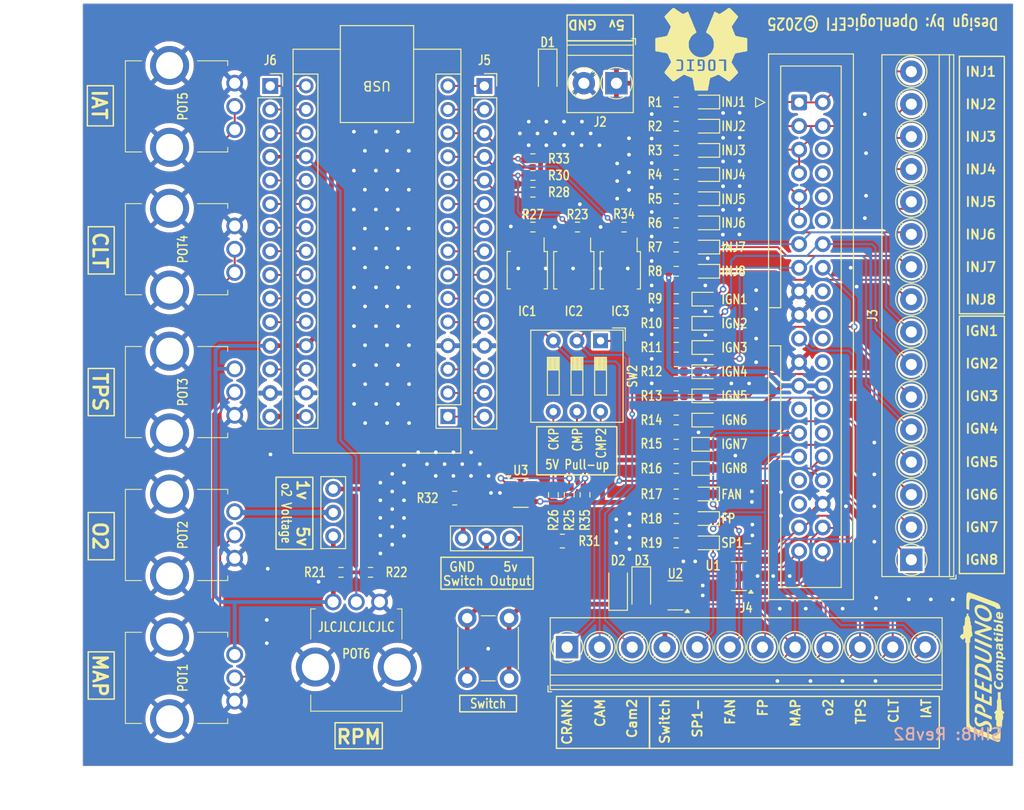
<source format=kicad_pcb>
(kicad_pcb (version 20241229) (generator "pcbnew") (generator_version "9.0")
  (title_block (title "Engine Simulator - 8 Channel") (date "2023-01-26") (rev "B3") (company "DetonationEMS"))
  (layers (0 "F.Cu" mixed "Front") (2 "B.Cu" mixed "Back") (13 "F.Paste" user) (15 "B.Paste" user) (5 "F.SilkS" user "F.Silkscreen") (7 "B.SilkS" user "B.Silkscreen") (1 "F.Mask" user) (3 "B.Mask" user) (25 "Edge.Cuts" user))
  (net 0 "")
  (net 1 "o2-Voltage")
  (net 2 "+5V")
  (net 3 "INJ1")
  (net 4 "IGN2")
  (net 5 "CAM")
  (net 6 "TPS")
  (net 7 "IAT")
  (net 8 "IGN4")
  (net 9 "INJ4")
  (net 10 "INJ3")
  (net 11 "INJ2")
  (net 12 "IGN3")
  (net 13 "CRANK")
  (net 14 "o2")
  (net 15 "CLT")
  (net 16 "MAP")
  (net 17 "IGN1")
  (net 18 "MC-A0")
  (net 19 "GND")
  (net 20 "Net-(IC1-A)")
  (net 21 "Net-(IC2-A)")
  (net 22 "Net-(J7-Pin_1)")
  (net 23 "Net-(J7-Pin_2)")
  (net 24 "Net-(J7-Pin_3)")
  (net 25 "Net-(J8-Pin_3)")
  (net 26 "MC-D1")
  (net 27 "MC-D2")
  (net 28 "MC-D3")
  (net 29 "MC-D4")
  (net 30 "MC-D5")
  (net 31 "MC-D6")
  (net 32 "MC-D7")
  (net 33 "MC-D11")
  (net 34 "MC-D12")
  (net 35 "MC-D13")
  (net 36 "+3.3V")
  (net 37 "MC-AREF")
  (net 38 "MC-A1")
  (net 39 "MC-A2")
  (net 40 "MC-A3")
  (net 41 "MC-A4")
  (net 42 "MC-A5")
  (net 43 "MC-A6")
  (net 44 "MC-D0")
  (net 45 "MC-A7")
  (net 46 "FLEX")
  (net 47 "FAN")
  (net 48 "FP")
  (net 49 "TACH")
  (net 50 "CLUTCH")
  (net 51 "VVT")
  (net 52 "IDLE")
  (net 53 "IDLE2")
  (net 54 "BOOST")
  (net 55 "1B")
  (net 56 "1A")
  (net 57 "2A")
  (net 58 "2B")
  (net 59 "VR1-")
  (net 60 "VR2-")
  (net 61 "INJ8")
  (net 62 "INJ7")
  (net 63 "CAM-OUT")
  (net 64 "CRANK-OUT")
  (net 65 "SP1-")
  (net 66 "Net-(LED2-A)")
  (net 67 "INJ6")
  (net 68 "INJ5")
  (net 69 "IGN8")
  (net 70 "IGN7")
  (net 71 "IGN6")
  (net 72 "IGN5")
  (net 73 "+12V")
  (net 74 "Net-(LED4-A)")
  (net 75 "Net-(LED6-A)")
  (net 76 "Net-(LED8-A)")
  (net 77 "Net-(LED9-K)")
  (net 78 "Net-(LED11-K)")
  (net 79 "Net-(LED13-K)")
  (net 80 "Net-(LED15-K)")
  (net 81 "MC-RESET-3")
  (net 82 "MC-RESET-28")
  (net 83 "Net-(LED17-A)")
  (net 84 "Net-(LED18-A)")
  (net 85 "Net-(LED19-A)")
  (net 86 "Net-(LED7-A)")
  (net 87 "Net-(LED5-A)")
  (net 88 "Net-(LED3-A)")
  (net 89 "Net-(LED16-K)")
  (net 90 "Net-(LED14-K)")
  (net 91 "Net-(LED12-K)")
  (net 92 "Net-(LED10-K)")
  (net 93 "Net-(LED1-A)")
  (net 94 "CAM2-OUT")
  (net 95 "CAM2")
  (net 96 "Net-(IC3-A)")
  (net 97 "SWITCH")
  (net 100 "/Input & LED's/CamPU")
  (net 101 "/Input & LED's/CrankPU")
  (net 102 "/Input & LED's/Cam2PU")
  (footprint "Resistor_SMD:R_0603_1608Metric" (layer "F.Cu") (at 126.57465 119.08165)
    (property "Reference" "R21")
    (property "Value" "470r" (hide yes))
  )
  (footprint "Resistor_SMD:R_0603_1608Metric" (layer "F.Cu") (at 129.74965 119.08165)
    (property "Reference" "R22")
    (property "Value" "100r" (hide yes))
  )
  (footprint "Misc:RV09AF4020KB10K" (layer "F.Cu") (at 115.153567 132.9709 90)
    (property "Reference" "POT1")
    (property "Value" "IAT" (hide yes))
  )
  (footprint "Misc:RV09AF4020KB10K" (layer "F.Cu") (at 115.153567 117.6039 90)
    (property "Reference" "POT2")
    (property "Value" "CLT" (hide yes))
  )
  (footprint "Misc:RV09AF4020KB10K" (layer "F.Cu") (at 115.153567 86.8699 90)
    (property "Reference" "POT4")
    (property "Value" "TPS" (hide yes))
  )
  (footprint "Misc:RV09AF4020KB10K" (layer "F.Cu") (at 115.153567 102.2369 90)
    (property "Reference" "POT3")
    (property "Value" "MAP/SP1" (hide yes))
  )
  (footprint "Misc:RV09AF4020KB10K" (layer "F.Cu") (at 115.153567 71.5137 90)
    (property "Reference" "POT5")
    (property "Value" "o2" (hide yes))
  )
  (footprint "Misc:RV09AF4020KB10K" (layer "F.Cu") (at 130.76565 122.26705 180)
    (property "Reference" "POT6")
    (property "Value" "RPM" (hide yes))
  )
  (footprint "LED_SMD:LED_0603_1608Metric" (layer "F.Cu") (at 165.7858 68.503 180)
    (property "Reference" "LED1" (hide yes))
    (property "Value" "INJ1")
  )
  (footprint "LED_SMD:LED_0603_1608Metric" (layer "F.Cu") (at 165.7858 71.103285 180)
    (property "Reference" "LED2" (hide yes))
    (property "Value" "INJ2")
  )
  (footprint "LED_SMD:LED_0603_1608Metric" (layer "F.Cu") (at 165.7858 73.70357 180)
    (property "Reference" "LED3" (hide yes))
    (property "Value" "INJ3")
  )
  (footprint "LED_SMD:LED_0603_1608Metric" (layer "F.Cu") (at 165.7858 76.303855 180)
    (property "Reference" "LED4" (hide yes))
    (property "Value" "INJ4")
  )
  (footprint "LED_SMD:LED_0603_1608Metric" (layer "F.Cu") (at 165.7858 89.7022)
    (property "Reference" "LED9" (hide yes))
    (property "Value" "IGN1")
  )
  (footprint "LED_SMD:LED_0603_1608Metric" (layer "F.Cu") (at 165.7858 92.303885)
    (property "Reference" "LED10" (hide yes))
    (property "Value" "IGN2")
  )
  (footprint "LED_SMD:LED_0603_1608Metric" (layer "F.Cu") (at 165.7858 94.90557)
    (property "Reference" "LED11" (hide yes))
    (property "Value" "IGN3")
  )
  (footprint "LED_SMD:LED_0603_1608Metric" (layer "F.Cu") (at 165.7858 97.507255)
    (property "Reference" "LED12" (hide yes))
    (property "Value" "IGN4")
  )
  (footprint "LED_SMD:LED_0603_1608Metric" (layer "F.Cu") (at 165.763633 110.6572 180)
    (property "Reference" "LED17" (hide yes))
    (property "Value" "FAN")
  )
  (footprint "LED_SMD:LED_0603_1608Metric" (layer "F.Cu") (at 165.763633 113.2988 180)
    (property "Reference" "LED18" (hide yes))
    (property "Value" "FP")
  )
  (footprint "Resistor_SMD:R_0603_1608Metric" (layer "F.Cu") (at 162.6108 68.503)
    (property "Reference" "R1")
    (property "Value" "1k" (hide yes))
  )
  (footprint "Resistor_SMD:R_0603_1608Metric" (layer "F.Cu") (at 162.6108 71.103285)
    (property "Reference" "R2")
    (property "Value" "1k" (hide yes))
  )
  (footprint "Resistor_SMD:R_0603_1608Metric" (layer "F.Cu") (at 162.6108 73.70357)
    (property "Reference" "R3")
    (property "Value" "1k" (hide yes))
  )
  (footprint "Resistor_SMD:R_0603_1608Metric" (layer "F.Cu") (at 162.6108 76.303855)
    (property "Reference" "R4")
    (property "Value" "1k" (hide yes))
  )
  (footprint "Resistor_SMD:R_0603_1608Metric" (layer "F.Cu") (at 162.6108 89.6622)
    (property "Reference" "R9")
    (property "Value" "1k" (hide yes))
  )
  (footprint "Resistor_SMD:R_0603_1608Metric" (layer "F.Cu") (at 162.6108 92.2696)
    (property "Reference" "R10")
    (property "Value" "1k" (hide yes))
  )
  (footprint "Resistor_SMD:R_0603_1608Metric" (layer "F.Cu") (at 162.6108 94.877)
    (property "Reference" "R11")
    (property "Value" "1k" (hide yes))
  )
  (footprint "Resistor_SMD:R_0603_1608Metric" (layer "F.Cu") (at 162.6108 97.4844)
    (property "Reference" "R12")
    (property "Value" "1k" (hide yes))
  )
  (footprint "Resistor_SMD:R_0603_1608Metric" (layer "F.Cu") (at 162.6108 110.6572)
    (property "Reference" "R17")
    (property "Value" "1k" (hide yes))
  )
  (footprint "Resistor_SMD:R_0603_1608Metric" (layer "F.Cu") (at 162.6108 113.2988)
    (property "Reference" "R18")
    (property "Value" "1k" (hide yes))
  )
  (footprint "Module:Arduino_Nano" (layer "F.Cu") (at 138.0648 102.326 180)
    (property "Reference" "A1" (hide yes))
    (property "Value" "Arduino_Nano_v3.x" (hide yes))
  )
  (footprint "Connector_Automotive:IDC-Header_2x20_P2.54mm_Vertical_Speeduino" (layer "F.Cu") (at 175.8188 68.544)
    (property "Reference" "J1" (hide yes))
    (property "Value" "Conn_02x20_Counter_Clockwise" (hide yes))
  )
  (footprint "Detonation:3-PinSwitch" (layer "F.Cu") (at 125.7421 115.2011 180)
    (property "Reference" "J8" (hide yes))
    (property "Value" "Conn_01x03" (hide yes))
  )
  (footprint "Detonation-Logos:SpeeduinoCompatible-17mm" (layer "F.Cu") (at 195.4784 129.286 90)
    (property "Reference" "G2" (hide yes))
    (property "Value" "Logo_Open_Hardware_Small" (hide yes))
  )
  (footprint "Resistor_SMD:R_0603_1608Metric" (layer "F.Cu") (at 162.6108 84.10471)
    (property "Reference" "R7")
    (property "Value" "1k")
  )
  (footprint "Button_Switch_THT:SW_PUSH_6mm_H9.5mm" (layer "F.Cu") (at 144.6424 124.004 -90)
    (property "Reference" "SW1" (hide yes))
    (property "Value" "Switch")
  )
  (footprint "Resistor_SMD:R_0603_1608Metric" (layer "F.Cu") (at 162.6108 78.90414)
    (property "Reference" "R5")
    (property "Value" "1k")
  )
  (footprint "TerminalBlock_Phoenix:TerminalBlock_Phoenix_PT-1,5-2-3.5-H_1x02_P3.50mm_Horizontal" (layer "F.Cu") (at 156.1805 66.4805 180)
    (property "Reference" "J2")
    (property "Value" "Conn_01x04")
  )
  (footprint "Package_TO_SOT_SMD:SOT-23-6" (layer "F.Cu") (at 145.8976 110.5267)
    (property "Reference" "U3")
    (property "Value" "SRV05-4")
  )
  (footprint "Resistor_SMD:R_0603_1608Metric" (layer "F.Cu") (at 162.6108 105.3066)
    (property "Reference" "R15")
    (property "Value" "1k")
  )
  (footprint "Resistor_SMD:R_0603_1608Metric" (layer "F.Cu") (at 162.6108 100.0918)
    (property "Reference" "R13")
    (property "Value" "1k")
  )
  (footprint "LED_SMD:LED_0603_1608Metric" (layer "F.Cu") (at 165.7858 78.90414 180)
    (property "Reference" "LED5" (hide yes))
    (property "Value" "INJ5")
  )
  (footprint "Connector_PinSocket_2.54mm:PinSocket_1x15_P2.54mm_Vertical" (layer "F.Cu") (at 141.986 66.7766)
    (property "Reference" "J5")
    (property "Value" "Conn_01x04")
  )
  (footprint "Package_SO:SOP-4_3.8x4.1mm_P2.54mm" (layer "F.Cu") (at 156.6 86.6 -90)
    (property "Reference" "IC3")
    (property "Value" "EL357NB_TA_-G")
  )
  (footprint "Resistor_SMD:R_0603_1608Metric" (layer "F.Cu") (at 149.4064 110.744 90)
    (property "Reference" "R26")
    (property "Value" "1k")
  )
  (footprint "LED_SMD:LED_0603_1608Metric" (layer "F.Cu") (at 165.763633 115.915 180)
    (property "Reference" "LED19" (hide yes))
    (property "Value" "SP1-")
  )
  (footprint "Resistor_SMD:R_0603_1608Metric" (layer "F.Cu") (at 152.8064 110.744 90)
    (property "Reference" "R35")
    (property "Value" "1k")
  )
  (footprint "Diode_SMD:D_SOD-123" (layer "F.Cu") (at 156.3624 120.8024 90)
    (property "Reference" "D2")
    (property "Value" "1N5819")
  )
  (footprint "Resistor_SMD:R_0603_1608Metric" (layer "F.Cu") (at 162.6108 102.6992)
    (property "Reference" "R14")
    (property "Value" "1k")
  )
  (footprint "LED_SMD:LED_0603_1608Metric" (layer "F.Cu") (at 165.7858 100.10894)
    (property "Reference" "LED13" (hide yes))
    (property "Value" "IGN5")
  )
  (footprint "Diode_SMD:D_SOD-123" (layer "F.Cu") (at 148.7932 65.1764 -90)
    (property "Reference" "D1")
    (property "Value" "1N5819")
  )
  (footprint "Diode_SMD:D_SOD-123" (layer "F.Cu") (at 158.8516 120.8532 -90)
    (property "Reference" "D3")
    (property "Value" "1N5819")
  )
  (footprint "LED_SMD:LED_0603_1608Metric" (layer "F.Cu") (at 165.7858 107.914)
    (property "Reference" "LED16" (hide yes))
    (property "Value" "IGN8")
  )
  (footprint "Resistor_SMD:R_0603_1608Metric" (layer "F.Cu") (at 151.1064 110.744001 90)
    (property "Reference" "R25")
    (property "Value" "1k")
  )
  (footprint "TerminalBlock_Phoenix:TerminalBlock_Phoenix_PT-1,5-16-3.5-H_1x16_P3.50mm_Horizontal" (layer "F.Cu") (at 187.872733 117.7302 90)
    (property "Reference" "J3")
    (property "Value" "Conn_01x08")
  )
  (footprint "LED_SMD:LED_0603_1608Metric" (layer "F.Cu") (at 165.7858 81.504425 180)
    (property "Reference" "LED6" (hide yes))
    (property "Value" "INJ6")
  )
  (footprint "Resistor_SMD:R_0603_1608Metric" (layer "F.Cu") (at 162.6108 81.504425)
    (property "Reference" "R6")
    (property "Value" "1k")
  )
  (footprint "Package_TO_SOT_SMD:SOT-23-6" (layer "F.Cu") (at 162.5092 121.5636 180)
    (property "Reference" "U2")
    (property "Value" "SRV05-4")
  )
  (footprint "Resistor_SMD:R_0603_1608Metric" (layer "F.Cu") (at 147.2 74.6)
    (property "Reference" "R33")
    (property "Value" "1k")
  )
  (footprint "Resistor_SMD:R_0603_1608Metric" (layer "F.Cu") (at 162.6108 107.914)
    (property "Reference" "R16")
    (property "Value" "1k")
  )
  (footprint "LED_SMD:LED_0603_1608Metric" (layer "F.Cu") (at 165.7858 84.10471 180)
    (property "Reference" "LED7" (hide yes))
    (property "Value" "INJ7")
  )
  (footprint "LED_SMD:LED_0603_1608Metric" (layer "F.Cu") (at 165.7858 102.710625)
    (property "Reference" "LED14" (hide yes))
    (property "Value" "IGN6")
  )
  (footprint "Connector_PinSocket_2.54mm:PinSocket_1x15_P2.54mm_Vertical" (layer "F.Cu") (at 118.9736 66.7812)
    (property "Reference" "J6")
    (property "Value" "Conn_01x04")
  )
  (footprint "Resistor_SMD:R_0603_1608Metric" (layer "F.Cu") (at 152 81.95 180)
    (property "Reference" "R23")
    (property "Value" "470r" (hide yes))
  )
  (footprint "Package_SO:SOP-4_3.8x4.1mm_P2.54mm" (layer "F.Cu") (at 146.6 86.5894 -90)
    (property "Reference" "IC1")
    (property "Value" "EL357NB_TA_-G")
  )
  (footprint "Package_SO:SOP-4_3.8x4.1mm_P2.54mm" (layer "F.Cu") (at 151.6 86.6 -90)
    (property "Reference" "IC2")
    (property "Value" "EL357NB_TA_-G")
  )
  (footprint "Resistor_SMD:R_0603_1608Metric" (layer "F.Cu") (at 147.2 76.4)
    (property "Reference" "R30")
    (property "Value" "1k")
  )
  (footprint "LED_SMD:LED_0603_1608Metric" (layer "F.Cu") (at 165.7858 86.705 180)
    (property "Reference" "LED8" (hide yes))
    (property "Value" "INJ8")
  )
  (footprint "Resistor_SMD:R_0603_1608Metric" (layer "F.Cu") (at 157 81.95 180)
    (property "Reference" "R34")
    (property "Value" "470r")
  )
  (footprint "Resistor_SMD:R_0603_1608Metric" (layer "F.Cu") (at 162.6108 86.705)
    (property "Reference" "R8")
    (property "Value" "1k")
  )
  (footprint "Resistor_SMD:R_0603_1608Metric" (layer "F.Cu") (at 147.2 78.2)
    (property "Reference" "R28")
    (property "Value" "1k")
  )
  (footprint "LED_SMD:LED_0603_1608Metric" (layer "F.Cu") (at 165.7858 105.31231)
    (property "Reference" "LED15" (hide yes))
    (property "Value" "IGN7")
  )
  (footprint "Resistor_SMD:R_0603_1608Metric" (layer "F.Cu") (at 162.6108 115.915)
    (property "Reference" "R19")
    (property "Value" "1k")
  )
  (footprint "Resistor_SMD:R_0805_2012Metric" (layer "F.Cu") (at 138.8 111.1)
    (property "Reference" "R32")
    (property "Value" "0r")
  )
  (footprint "Resistor_SMD:R_0603_1608Metric" (layer "F.Cu") (at 147.2 81.95 180)
    (property "Reference" "R27")
    (property "Value" "470r" (hide yes))
  )
  (footprint "Detonation:3-PinSwitch" (layer "F.Cu") (at 144.7515 115.43175 -90)
    (property "Reference" "J7" (hide yes))
    (property "Value" "Conn_01x03")
  )
  (footprint "Detonation-Logos:open-logic-10" (layer "F.Cu") (at 165.3 62.8 180)
    (property "Reference" "G***" (hide yes))
    (property "Value" "LOGO" (hide yes))
  )
  (footprint "TerminalBlock_Phoenix:TerminalBlock_Phoenix_PT-1,5-12-3.5-H_1x12_P3.50mm_Horizontal" (layer "F.Cu") (at 150.876 127.127)
    (property "Reference" "J4")
    (property "Value" "Conn_01x10")
  )
  (footprint "Resistor_SMD:R_0805_2012Metric" (layer "F.Cu") (at 150.368 115.7224)
    (property "Reference" "R31")
    (property "Value" "0r")
  )
  (footprint "Button_Switch_THT:SW_DIP_SPSTx03_Slide_9.78x9.8mm_W7.62mm_P2.54mm" (layer "F.Cu") (at 154.475 94.18 -90)
    (property "Reference" "SW2")
    (property "Value" "SW_DIP_x03")
  )
  (footprint "Package_TO_SOT_SMD:SOT-23-6" (layer "F.Cu") (at 169.3363 119.4816 180)
    (property "Reference" "U1")
    (property "Value" "SRV05-4")
  )
  (gr_line (start 102.1084 66.7512) (end 102.1084 67.2592) (stroke (width 0.1524)) (layer "F.SilkS"))
  (gr_line (start 102.199567 128.1449) (end 102.199567 131.9549) (stroke (width 0.1524)) (layer "F.SilkS"))
  (gr_line (start 102.199567 132.7169) (end 99.405567 132.7169) (stroke (width 0.1524)) (layer "F.SilkS"))
  (gr_line (start 99.405567 127.6369) (end 102.199567 127.6369) (stroke (width 0.1524)) (layer "F.SilkS"))
  (gr_line (start 99.405567 131.9549) (end 99.405567 127.6369) (stroke (width 0.1524)) (layer "F.SilkS"))
  (gr_line (start 102.199567 127.6369) (end 102.199567 128.1449) (stroke (width 0.1524)) (layer "F.SilkS"))
  (gr_line (start 99.405567 132.7169) (end 99.405567 131.9549) (stroke (width 0.1524)) (layer "F.SilkS"))
  (gr_line (start 102.199567 132.7169) (end 102.199567 131.9549) (stroke (width 0.1524)) (layer "F.SilkS"))
  (gr_line (start 102.199567 82.4249) (end 102.199567 86.2349) (stroke (width 0.1524)) (layer "F.SilkS"))
  (gr_line (start 102.199567 81.9169) (end 102.199567 82.4249) (stroke (width 0.1524)) (layer "F.SilkS"))
  (gr_line (start 102.199567 86.9969) (end 102.199567 86.2349) (stroke (width 0.1524)) (layer "F.SilkS"))
  (gr_line (start 102.199567 86.9969) (end 99.405567 86.9969) (stroke (width 0.1524)) (layer "F.SilkS"))
  (gr_line (start 99.405567 86.9969) (end 99.405567 81.9169) (stroke (width 0.1524)) (layer "F.SilkS"))
  (gr_line (start 99.405567 81.9169) (end 102.199567 81.9169) (stroke (width 0.1524)) (layer "F.SilkS"))
  (gr_line (start 126.44765 135.26145) (end 130.25765 135.26145) (stroke (width 0.1524)) (layer "F.SilkS"))
  (gr_line (start 125.93965 135.26145) (end 126.44765 135.26145) (stroke (width 0.1524)) (layer "F.SilkS"))
  (gr_line (start 131.01965 138.05545) (end 130.25765 138.05545) (stroke (width 0.1524)) (layer "F.SilkS"))
  (gr_line (start 131.01965 135.26145) (end 130.25765 135.26145) (stroke (width 0.1524)) (layer "F.SilkS"))
  (gr_line (start 130.25765 138.05545) (end 125.93965 138.05545) (stroke (width 0.1524)) (layer "F.SilkS"))
  (gr_line (start 125.93965 138.05545) (end 125.93965 135.26145) (stroke (width 0.1524)) (layer "F.SilkS"))
  (gr_rect (start 193.043133 91.531) (end 197.869133 119.217) (stroke (width 0.1524)) (fill no) (layer "F.SilkS"))
  (gr_rect (start 119.59535 108.8511) (end 123.55135 116.5981) (stroke (width 0.1524)) (fill no) (layer "F.SilkS"))
  (gr_rect (start 147.622 103.421) (end 156.228 108.6) (stroke (width 0.1524)) (fill no) (layer "F.SilkS"))
  (gr_line (start 102.199567 97.6649) (end 102.199567 101.4749) (stroke (width 0.1524)) (layer "F.SilkS"))
  (gr_line (start 102.199567 117.7309) (end 99.405567 117.7309) (stroke (width 0.1524)) (layer "F.SilkS"))
  (gr_line (start 102.1084 67.2592) (end 102.1084 71.0692) (stroke (width 0.1524)) (layer "F.SilkS"))
  (gr_line (start 102.199567 112.6509) (end 102.199567 113.1589) (stroke (width 0.1524)) (layer "F.SilkS"))
  (gr_line (start 99.405567 117.7309) (end 99.405567 112.6509) (stroke (width 0.1524)) (layer "F.SilkS"))
  (gr_rect (start 139.3444 132.3086) (end 145.4404 134.0866) (stroke (width 0.1524)) (fill no) (layer "F.SilkS"))
  (gr_rect (start 159.737 132.425) (end 190.881 138.013) (stroke (width 0.1524)) (fill no) (layer "F.SilkS"))
  (gr_rect (start 137.322 117.4623) (end 147.228 120.8913) (stroke (width 0.1524)) (fill no) (layer "F.SilkS"))
  (gr_line (start 131.01965 135.26145) (end 131.01965 138.05545) (stroke (width 0.1524)) (layer "F.SilkS"))
  (gr_line (start 99.405567 112.6509) (end 102.199567 112.6509) (stroke (width 0.1524)) (layer "F.SilkS"))
  (gr_line (start 99.405567 97.1569) (end 102.199567 97.1569) (stroke (width 0.1524)) (layer "F.SilkS"))
  (gr_line (start 99.405567 102.2369) (end 99.405567 97.1569) (stroke (width 0.1524)) (layer "F.SilkS"))
  (gr_rect (start 193.043133 63.591) (end 197.869133 91.277) (stroke (width 0.1524)) (fill no) (layer "F.SilkS"))
  (gr_line (start 99.3144 71.0692) (end 99.3144 66.7512) (stroke (width 0.1524)) (layer "F.SilkS"))
  (gr_line (start 102.199567 102.2369) (end 102.199567 101.4749) (stroke (width 0.1524)) (layer "F.SilkS"))
  (gr_line (start 102.199567 102.2369) (end 99.405567 102.2369) (stroke (width 0.1524)) (layer "F.SilkS"))
  (gr_line (start 99.3144 66.7512) (end 102.1084 66.7512) (stroke (width 0.1524)) (layer "F.SilkS"))
  (gr_line (start 102.199567 117.7309) (end 102.199567 116.9689) (stroke (width 0.1524)) (layer "F.SilkS"))
  (gr_line (start 102.199567 113.1589) (end 102.199567 116.9689) (stroke (width 0.1524)) (layer "F.SilkS"))
  (gr_rect (start 149.733 132.425) (end 159.737 138.013) (stroke (width 0.1524)) (fill no) (layer "F.SilkS"))
  (gr_line (start 102.199567 97.1569) (end 102.199567 97.6649) (stroke (width 0.1524)) (layer "F.SilkS"))
  (gr_rect (start 150.8705 59.1451) (end 157.9905 61.9205) (stroke (width 0.154)) (fill no) (layer "F.SilkS"))
  (gr_line (start 102.1084 71.0692) (end 99.3144 71.0692) (stroke (width 0.1524)) (layer "F.SilkS"))
  (gr_line (start 198.8166 139.912) (end 198.8166 57.912) (stroke (width 0.0381)) (layer "Edge.Cuts"))
  (gr_line (start 198.8166 57.912) (end 98.8166 57.912) (stroke (width 0.0381)) (layer "Edge.Cuts"))
  (gr_line (start 98.8166 57.912) (end 98.8166 139.912) (stroke (width 0.0381)) (layer "Edge.Cuts"))
  (gr_line (start 98.8166 139.912) (end 198.8166 139.912) (stroke (width 0.0381)) (layer "Edge.Cuts"))
  (gr_text "IGN1" (at 195.456133 93.130058 0) (layer "F.SilkS") (effects (font (size 1 1) (thickness 0.2))))
  (gr_text "INJ4" (at 195.337085 75.746713 0) (layer "F.SilkS") (effects (font (size 1 1) (thickness 0.2))))
  (gr_text "IGN4" (at 195.456133 103.634774 0) (layer "F.SilkS") (effects (font (size 1 1) (thickness 0.2))))
  (gr_text "CAM" (at 154.432 134.203 90) (layer "F.SilkS") (effects (font (size 1 1) (thickness 0.2))))
  (gr_text "CLT" (at 185.970328 133.988715 90) (layer "F.SilkS") (effects (font (size 1 1) (thickness 0.2))))
  (gr_text "FP" (at 171.915664 133.631572 90) (layer "F.SilkS") (effects (font (size 1 1) (thickness 0.2))))
  (gr_text "5v " (at 155.8305 60.1805 180) (layer "F.SilkS") (effects (font (size 1 1) (thickness 0.2))))
  (gr_text "O2" (at 100.675567 115.1909 270) (layer "F.SilkS") (effects (font (size 1.5 1.5) (thickness 0.3))))
  (gr_text "RPM" (at 128.47965 136.78545 0) (layer "F.SilkS") (effects (font (size 1.5 1.5) (thickness 0.3))))
  (gr_text "o2" (at 178.942996 133.631572 90) (layer "F.SilkS") (effects (font (size 1 1) (thickness 0.2))))
  (gr_text "MAP" (at 175.42933 134.203 90) (layer "F.SilkS") (effects (font (size 1 1) (thickness 0.2))))
  (gr_text "Switch" (at 161.374666 135.107762 90) (layer "F.SilkS") (effects (font (size 1 1) (thickness 0.2))))
  (gr_text "INJ1" (at 195.337085 65.242 0) (layer "F.SilkS") (effects (font (size 1 1) (thickness 0.2))))
  (gr_text "IGN7" (at 195.456133 114.2302 0) (layer "F.SilkS") (effects (font (size 1 1) (thickness 0.2))))
  (gr_text "IGN5" (at 195.456133 107.227058 0) (layer "F.SilkS") (effects (font (size 1 1) (thickness 0.2))))
  (gr_text "TPS" (at 182.456662 134.060143 90) (layer "F.SilkS") (effects (font (size 1 1) (thickness 0.2))))
  (gr_text "INJ2" (at 195.337085 68.743571 0) (layer "F.SilkS") (effects (font (size 1 1) (thickness 0.2))))
  (gr_text "CKP" (at 149.45 104.75 90) (layer "F.SilkS") (effects (font (size 1 0.8) (thickness 0.16) (bold yes))))
  (gr_text "SP1-" (at 164.888332 134.774429 90) (layer "F.SilkS") (effects (font (size 1 1) (thickness 0.2))))
  (gr_text "Cam2" (at 157.861 134.798238 90) (layer "F.SilkS") (effects (font (size 1 1) (thickness 0.2))))
  (gr_text "INJ5" (at 195.337085 79.248287 0) (layer "F.SilkS") (effects (font (size 1 1) (thickness 0.2))))
  (gr_text "TPS" (at 100.675567 99.6969 270) (layer "F.SilkS") (effects (font (size 1.5 1.5) (thickness 0.3))))
  (gr_text "GND" (at 152.5305 60.1805 180) (layer "F.SilkS") (effects (font (size 1 1) (thickness 0.2))))
  (gr_text "IGN3" (at 195.456133 100.1332 0) (layer "F.SilkS") (effects (font (size 1 1) (thickness 0.2))))
  (gr_text "CMP2" (at 154.55 105.188096 90) (layer "F.SilkS") (effects (font (size 1 0.8) (thickness 0.16) (bold yes))))
  (gr_text "CRANK" (at 150.876 135.155381 90) (layer "F.SilkS") (effects (font (size 1 1) (thickness 0.2))))
  (gr_text "IAT" (at 189.484 133.750619 90) (layer "F.SilkS") (effects (font (size 1 1) (thickness 0.2))))
  (gr_text "5V Pull-up" (at 151.9716 107.5 0) (layer "F.SilkS") (effects (font (size 1 0.8) (thickness 0.16) (bold yes))))
  (gr_text "1v   5v" (at 122.47185 112.724599 270) (layer "F.SilkS") (effects (font (size 1.25 1.25) (thickness 0.25))))
  (gr_text "5v" (at 144.8 118.5 0) (layer "F.SilkS") (effects (font (size 1 0.9) (thickness 0.16) (bold yes))))
  (gr_text "CLT" (at 100.675567 84.4569 270) (layer "F.SilkS") (effects (font (size 1.5 1.5) (thickness 0.3))))
  (gr_text "JLCJLCJLCJLC" (at 128.22565 124.95965 0) (layer "F.SilkS") (effects (font (size 1 0.8) (thickness 0.16))))
  (gr_text "INJ8" (at 195.337085 89.753 0) (layer "F.SilkS") (effects (font (size 1 1) (thickness 0.2))))
  (gr_text "o2 Voltage" (at 120.7 112.7246 270) (layer "F.SilkS") (effects (font (size 1 0.8) (thickness 0.16) (bold yes))))
  (gr_text "IGN2" (at 195.456133 96.631629 0) (layer "F.SilkS") (effects (font (size 1 1) (thickness 0.2))))
  (gr_text "CMP" (at 152 104.807143 90) (layer "F.SilkS") (effects (font (size 1 0.8) (thickness 0.16) (bold yes))))
  (gr_text "IAT" (at 100.5844 68.7832 270) (layer "F.SilkS") (effects (font (size 1.5 1.5) (thickness 0.3))))
  (gr_text "INJ3" (at 195.337085 72.245142 0) (layer "F.SilkS") (effects (font (size 1 1) (thickness 0.2))))
  (gr_text "GND" (at 139.6 118.5 0) (layer "F.SilkS") (effects (font (size 1 0.9) (thickness 0.16) (bold yes))))
  (gr_text "IGN8" (at 195.456133 117.731774 0) (layer "F.SilkS") (effects (font (size 1 1) (thickness 0.2))))
  (gr_text "INJ6" (at 195.337085 82.749858 0) (layer "F.SilkS") (effects (font (size 1 1) (thickness 0.2))))
  (gr_text "Switch Output" (at 142.275 120 0) (layer "F.SilkS") (effects (font (size 1 0.9) (thickness 0.16) (bold yes))))
  (gr_text "Design by: OpenLogicEFI ©2025" (at 197.35 59.338329 180) (layer "F.SilkS") (effects (font (size 1.25 1) (thickness 0.2) (bold yes)) (justify left bottom)))
  (gr_text "MAP" (at 100.675567 130.1769 270) (layer "F.SilkS") (effects (font (size 1.5 1.5) (thickness 0.3))))
  (gr_text "INJ7" (at 195.337085 86.251429 0) (layer "F.SilkS") (effects (font (size 1 1) (thickness 0.2))))
  (gr_text "FAN" (at 168.401998 134.083953 90) (layer "F.SilkS") (effects (font (size 1 1) (thickness 0.2))))
  (gr_text "IGN6" (at 195.456133 110.728629 0) (layer "F.SilkS") (effects (font (size 1 1) (thickness 0.2))))
  (gr_text "SIM8: RevB2" (at 191.77 136.4996 0) (layer "B.SilkS") (effects (font (size 1.25 1.25) (thickness 0.2)) (justify mirror)))
  (segment (start 115.238667 112.649) (end 125.73 112.649) (width 0.6) (layer "B.Cu") (net 1))
  (segment (start 161.7858 111.5568) (end 161.7858 110.6572) (width 0.508) (layer "F.Cu") (net 2))
  (segment (start 161.8244 119.2032) (end 162.1028 119.4816) (width 0.254) (layer "F.Cu") (net 2))
  (segment (start 148.025 74.6) (end 148.025 78.2) (width 0.508) (layer "F.Cu") (net 2))
  (segment (start 161.6456 119.2032) (end 161.7858 119.063) (width 0.508) (layer "F.Cu") (net 2))
  (segment (start 156.1805 64.1817) (end 156.1805 66.4805) (width 0.508) (layer "F.Cu") (net 2))
  (segment (start 154.686 107.8484) (end 154.686 111.5568) (width 0.508) (layer "F.Cu") (net 2))
  (segment (start 158.8516 119.2032) (end 161.6456 119.2032) (width 0.508) (layer "F.Cu") (net 2))
  (segment (start 161.7858 76.291) (end 161.7858 78.90414) (width 0.508) (layer "F.Cu") (net 2))
  (segment (start 155.5496 63.5508) (end 156.1805 64.1817) (width 0.508) (layer "F.Cu") (net 2))
  (segment (start 155.5344 107) (end 154.686 107.8484) (width 0.508) (layer "F.Cu") (net 2))
  (segment (start 161.7858 87.3858) (end 161.8 87.4) (width 0.508) (layer "F.Cu") (net 2))
  (segment (start 159.2 106.6) (end 158.8 107) (width 0.508) (layer "F.Cu") (net 2))
  (segment (start 162.5799 119.4976) (end 162.5799 121.2944) (width 0.254) (layer "F.Cu") (net 2))
  (segment (start 148.025 74.514) (end 155.2036 74.514) (width 0.508) (layer "F.Cu") (net 2))
  (segment (start 161.7858 71.103285) (end 161.7858 68.503) (width 0.508) (layer "F.Cu") (net 2))
  (segment (start 156.1805 66.4805) (end 156.1805 73.5371) (width 0.508) (layer "F.Cu") (net 2))
  (segment (start 162.1028 119.4816) (end 168.1988 119.4816) (width 0.254) (layer "F.Cu") (net 2))
  (segment (start 162.5799 121.2944) (end 162.3107 121.5636) (width 0.254) (layer "F.Cu") (net 2))
  (segment (start 161.7858 71.099) (end 161.7858 73.695) (width 0.508) (layer "F.Cu") (net 2))
  (segment (start 162.3107 121.5636) (end 161.3717 121.5636) (width 0.254) (layer "F.Cu") (net 2))
  (segment (start 161.7858 76.291) (end 161.7858 73.695) (width 0.508) (layer "F.Cu") (net 2))
  (segment (start 175.8188 99.024) (end 173.976 99.024) (width 0.508) (layer "F.Cu") (net 2))
  (segment (start 159.2 101.8) (end 159.2 106.6) (width 0.508) (layer "F.Cu") (net 2))
  (segment (start 149.4064 111.569) (end 152.8064 111.569) (width 0.508) (layer "F.Cu") (net 2))
  (segment (start 148.3063 110.5408) (end 147.0492 110.5408) (width 0.254) (layer "F.Cu") (net 2))
  (segment (start 161.7858 115.915) (end 161.7858 113.2988) (width 0.508) (layer "F.Cu") (net 2))
  (segment (start 156.7566 111.569) (end 152.8064 111.569) (width 0.508) (layer "F.Cu") (net 2))
  (segment (start 125.55 65.1) (end 127.0992 63.5508) (width 0.508) (layer "F.Cu") (net 2))
  (segment (start 122.8248 94.706) (end 125.55 91.9808) (width 0.508) (layer "F.Cu") (net 2))
  (segment (start 171.6 101.4) (end 159.6 101.4) (width 0.508) (layer "F.Cu") (net 2))
  (segment (start 161.7858 84.10471) (end 161.7858 86.705) (width 0.508) (layer "F.Cu") (net 2))
  (segment (start 159.8305 66.4805) (end 156.1805 66.4805) (width 0.508) (layer "F.Cu") (net 2))
  (segment (start 161.7858 81.504425) (end 161.7858 84.10471) (width 0.508) (layer "F.Cu") (net 2))
  (segment (start 161.7858 113.2988) (end 161.7858 111.5568) (width 0.508) (layer "F.Cu") (net 2))
  (segment (start 161.7858 68.4358) (end 159.8305 66.4805) (width 0.508) (layer "F.Cu") (net 2))
  (segment (start 125.74965 119.08165) (end 125.74965 115.20865) (width 0.508) (layer "F.Cu") (net 2))
  (segment (start 156.7688 111.5568) (end 161.7858 111.5568) (width 0.508) (layer "F.Cu") (net 2))
  (segment (start 159.6 101.4) (end 159.2 101.8) (width 0.508) (layer "F.Cu") (net 2))
  (segment (start 161.7858 119.063) (end 161.7858 115.915) (width 0.508) (layer "F.Cu") (net 2))
  (segment (start 154.686 111.5568) (end 156.7688 111.5568) (width 0.508) (layer "F.Cu") (net 2))
  (segment (start 161.7858 78.90414) (end 161.7858 81.504425) (width 0.508) (layer "F.Cu") (net 2))
  (segment (start 158.8 107) (end 155.5344 107) (width 0.508) (layer "F.Cu") (net 2))
  (segment (start 151.13 115.5719) (end 151.13 111.592601) (width 0.4064) (layer "F.Cu") (net 2))
  (segment (start 125.55 91.9808) (end 125.55 65.1) (width 0.508) (layer "F.Cu") (net 2))
  (segment (start 161.7858 86.705) (end 161.7858 87.3858) (width 0.508) (layer "F.Cu") (net 2))
  (segment (start 122.8248 94.706) (end 118.9888 94.706) (width 0.508) (layer "F.Cu") (net 2))
  (segment (start 156.7688 111.5568) (end 156.7566 111.569) (width 0.508) (layer "F.Cu") (net 2))
  (segment (start 127.0992 63.5508) (end 155.5496 63.5508) (width 0.508) (layer "F.Cu") (net 2))
  (segment (start 173.976 99.024) (end 171.6 101.4) (width 0.508) (layer "F.Cu") (net 2))
  (segment (start 149.3345 111.569) (end 148.3063 110.5408) (width 0.254) (layer "F.Cu") (net 2))
  (segment (start 156.1805 73.5371) (end 155.2036 74.514) (width 0.508) (layer "F.Cu") (net 2))
  (segment (start 125.74965 119.08165) (end 125.74965 122.24305) (width 0.508) (layer "F.Cu") (net 2))
  (via (at 161.8 87.4) (size 0.6) (drill 0.3) (layers "F.Cu" "B.Cu") (net 2))
  (segment (start 113.096167 95.153833) (end 113.096167 97.1823) (width 0.4064) (layer "B.Cu") (net 2))
  (segment (start 162.286 97.488) (end 161.798 97) (width 0.508) (layer "B.Cu") (net 2))
  (segment (start 115.153567 97.1969) (end 113.110767 97.1969) (width 0.4064) (layer "B.Cu") (net 2))
  (segment (start 113.096167 121.6933) (end 113.096167 97.1823) (width 0.4064) (layer "B.Cu") (net 2))
  (segment (start 113.110767 97.1969) (end 113.096167 97.1823) (width 0.4064) (layer "B.Cu") (net 2))
  (segment (start 161.8 87.4) (end 161.8 88.2) (width 0.508) (layer "B.Cu") (net 2))
  (segment (start 113.5288 94.7212) (end 113.096167 95.153833) (width 0.4064) (layer "B.Cu") (net 2))
  (segment (start 115.153567 122.2754) (end 115.153567 127.8909) (width 0.4064) (layer "B.Cu") (net 2))
  (segment (start 118.9736 94.7212) (end 113.5288 94.7212) (width 0.4064) (layer "B.Cu") (net 2))
  (segment (start 161.798 97) (end 161.801133 96.996867) (width 0.508) (layer "B.Cu") (net 2))
  (segment (start 172.3164 97.488) (end 162.286 97.488) (width 0.508) (layer "B.Cu") (net 2))
  (segment (start 125.7173 122.2754) (end 113.678267 122.2754) (width 0.4064) (layer "B.Cu") (net 2))
  (segment (start 173.8524 99.024) (end 172.3164 97.488) (width 0.508) (layer "B.Cu") (net 2))
  (segment (start 175.8188 99.024) (end 178.3588 99.024) (width 0.508) (layer "B.Cu") (net 2))
  (segment (start 175.8188 99.024) (end 173.8524 99.024) (width 0.508) (layer "B.Cu") (net 2))
  (segment (start 113.678267 122.2754) (end 113.096167 121.6933) (width 0.4064) (layer "B.Cu") (net 2))
  (segment (start 161.801133 96.996867) (end 161.801133 88.201133) (width 0.508) (layer "B.Cu") (net 2))
  (segment (start 161.801133 88.201133) (end 161.8 88.2) (width 0.508) (layer "B.Cu") (net 2))
  (segment (start 178.3588 68.544) (end 175.8188 68.544) (width 0.2032) (layer "F.Cu") (net 3))
  (segment (start 166.5733 68.503) (end 175.7778 68.503) (width 0.2032) (layer "F.Cu") (net 3))
  (segment (start 178.3588 68.544) (end 181.6934 65.2094) (width 0.2032) (layer "F.Cu") (net 3))
  (segment (start 181.6934 65.2094) (end 187.4886 65.2094) (width 0.2032) (layer "F.Cu") (net 3))
  (segment (start 167.846333 91.030852) (end 166.5733 92.303885) (width 0.2032) (layer "F.Cu") (net 4))
  (segment (start 167.846333 91.023) (end 167.846333 91.030852) (width 0.2032) (layer "F.Cu") (net 4))
  (via (at 167.846333 91.023) (size 0.7) (drill 0.4) (layers "F.Cu" "B.Cu") (net 4))
  (segment (start 178.3588 83.784) (end 183.645133 83.784) (width 0.2032) (layer "B.Cu") (net 4))
  (segment (start 167.846333 91.023) (end 168.506733 90.3626) (width 0.2032) (layer "B.Cu") (net 4))
  (segment (start 169.040133 85.054) (end 176.660133 85.054) (width 0.2032) (layer "B.Cu") (net 4))
  (segment (start 183.645133 83.784) (end 184.026133 84.165) (width 0.2032) (layer "B.Cu") (net 4))
  (segment (start 184.026133 84.165) (end 184.026133 92.8836) (width 0.2032) (layer "B.Cu") (net 4))
  (segment (start 176.660133 85.054) (end 177.930133 83.784) (width 0.2032) (layer "B.Cu") (net 4))
  (segment (start 168.506733 85.5874) (end 169.040133 85.054) (width 0.2032) (layer "B.Cu") (net 4))
  (segment (start 184.026133 92.8836) (end 187.872733 96.7302) (width 0.2032) (layer "B.Cu") (net 4))
  (segment (start 168.506733 90.3626) (end 168.506733 85.5874) (width 0.2032) (layer "B.Cu") (net 4))
  (segment (start 146.375 76.4) (end 145.6 76.4) (width 0.2032) (layer "F.Cu") (net 5))
  (segment (start 150.368 81.0768) (end 151.1162 81.825) (width 0.2032) (layer "F.Cu") (net 5))
  (segment (start 143.9894 76.4) (end 141.986 74.3966) (width 0.2032) (layer "F.Cu") (net 5))
  (segment (start 141.986 74.3966) (end 138.0754 74.3966) (width 0.2032) (layer "F.Cu") (net 5))
  (segment (start 150.368 81.0768) (end 151.175 81.8838) (width 0.2032) (layer "F.Cu") (net 5))
  (segment (start 145.6 76.4) (end 143.9894 76.4) (width 0.2032) (layer "F.Cu") (net 5))
  (via (at 150.368 81.0768) (size 0.6) (drill 0.3) (layers "F.Cu" "B.Cu") (net 5))
  (via (at 145.6 76.4) (size 0.6) (drill 0.3) (layers "F.Cu" "B.Cu") (net 5))
  (segment (start 150.368 81.0768) (end 149.9108 80.6196) (width 0.2032) (layer "B.Cu") (net 5))
  (segment (start 145.8976 80.6196) (end 145.6 80.322) (width 0.2032) (layer "B.Cu") (net 5))
  (segment (start 149.9108 80.6196) (end 145.8976 80.6196) (width 0.2032) (layer "B.Cu") (net 5))
  (segment (start 145.6 80.322) (end 145.6 76.4) (width 0.2032) (layer "B.Cu") (net 5))
  (segment (start 113.2988 136.108) (end 112.8268 135.636) (width 0.2032) (layer "F.Cu") (net 6))
  (segment (start 180.470133 117.5025) (end 180.470133 114.808) (width 0.2032) (layer "F.Cu") (net 6))
  (segment (start 178.3588 114.264) (end 177.0888 115.534) (width 0.2032) (layer "F.Cu") (net 6))
  (segment (start 182.376 119.408367) (end 180.470133 117.5025) (width 0.2032) (layer "F.Cu") (net 6))
  (segment (start 175.8188 120.4468) (end 170.875501 120.4468) (width 0.2032) (layer "F.Cu") (net 6))
  (segment (start 179.9738 114.311667) (end 178.3588 114.311667) (width 0.2032) (layer "F.Cu") (net 6))
  (segment (start 177.0888 115.534) (end 177.0888 119.1768) (width 0.2032) (layer "F.Cu") (net 6))
  (segment (start 177.0888 119.1768) (end 175.8188 120.4468) (width 0.2032) (layer "F.Cu") (net 6))
  (segment (start 173.355 136.108) (end 113.2988 136.108) (width 0.2032) (layer "F.Cu") (net 6))
  (segment (start 112.8268 135.636) (end 112.8268 102.023667) (width 0.2032) (layer "F.Cu") (net 6))
  (segment (start 182.31 127.153) (end 173.355 136.108) (width 0.2032) (layer "F.Cu") (net 6))
  (segment (start 180.470133 114.808) (end 179.9738 114.311667) (width 0.2032) (layer "F.Cu") (net 6))
  (segment (start 182.376 127.127) (end 182.376 119.408367) (width 0.2032) (layer "F.Cu") (net 6))
  (segment (start 112.8268 102.023667) (end 115.153567 99.6969) (width 0.2032) (layer "F.Cu") (net 6))
  (segment (start 115.153567 68.9737) (end 115.153567 71.4737) (width 0.2032) (layer "F.Cu") (net 7))
  (segment (start 178.435 138.14) (end 111.762867 138.14) (width 0.2032) (layer "F.Cu") (net 7))
  (segment (start 175.8188 116.804) (end 174.091199 118.531601) (width 0.2032) (layer "F.Cu") (net 7))
  (segment (start 111.318167 137.6953) (end 111.318167 75.3091) (width 0.2032) (layer "F.Cu") (net 7))
  (segment (start 111.318167 75.3091) (end 115.153567 71.4737) (width 0.2032) (layer "F.Cu") (net 7))
  (segment (start 111.762867 138.14) (end 111.318167 137.6953) (width 0.2032) (layer "F.Cu") (net 7))
  (segment (start 174.091199 118.531601) (end 170.8603 118.531601) (width 0.2032) (layer "F.Cu") (net 7))
  (segment (start 189.361 127.214) (end 178.435 138.14) (width 0.2032) (layer "F.Cu") (net 7))
  (segment (start 180.34 124.7648) (end 175.8188 120.2436) (width 0.2032) (layer "B.Cu") (net 7))
  (segment (start 187.0138 124.7648) (end 180.34 124.7648) (width 0.2032) (layer "B.Cu") (net 7))
  (segment (start 175.8188 120.2436) (end 175.8188 116.804) (width 0.2032) (layer "B.Cu") (net 7))
  (segment (start 189.376 127.127) (end 187.0138 124.7648) (width 0.2032) (layer "B.Cu") (net 7))
  (segment (start 167.977555 96.103) (end 169.421133 96.103) (width 0.2032) (layer "F.Cu") (net 8))
  (segment (start 166.5733 97.507255) (end 167.977555 96.103) (width 0.2032) (layer "F.Cu") (net 8))
  (via (at 169.421133 96.103) (size 0.7) (drill 0.4) (layers "F.Cu" "B.Cu") (net 8))
  (segment (start 169.421133 86.832) (end 169.421133 96.103) (width 0.2032) (layer "B.Cu") (net 8))
  (segment (start 169.929133 86.324) (end 169.421133 86.832) (width 0.2032) (layer "B.Cu") (net 8))
  (segment (start 175.8188 86.324) (end 169.929133 86.324) (width 0.2032) (layer "B.Cu") (net 8))
  (segment (start 182.629133 85.054) (end 177.549133 85.054) (width 0.2032) (layer "B.Cu") (net 8))
  (segment (start 177.549133 85.054) (end 176.279133 86.324) (width 0.2032) (layer "B.Cu") (net 8))
  (segment (start 187.872733 103.7302) (end 183.010133 98.8676) (width 0.2032) (layer "B.Cu") (net 8))
  (segment (start 183.010133 98.8676) (end 183.010133 85.435) (width 0.2032) (layer "B.Cu") (net 8))
  (segment (start 183.010133 85.435) (end 182.629133 85.054) (width 0.2032) (layer "B.Cu") (net 8))
  (segment (start 175.8188 78.704) (end 177.0888 77.434) (width 0.2032) (layer "F.Cu") (net 9))
  (segment (start 166.5733 76.291) (end 173.4058 76.291) (width 0.2032) (layer "F.Cu") (net 9))
  (segment (start 181.2518 75.7094) (end 179.5272 77.434) (width 0.2032) (layer "F.Cu") (net 9))
  (segment (start 179.5272 77.434) (end 177.0888 77.434) (width 0.2032) (layer "F.Cu") (net 9))
  (segment (start 187.4886 75.7094) (end 181.2518 75.7094) (width 0.2032) (layer "F.Cu") (net 9))
  (segment (start 173.4058 76.291) (end 175.8188 78.704) (width 0.2032) (layer "F.Cu") (net 9))
  (segment (start 175.8188 78.704) (end 175.8188 81.244) (width 0.2032) (layer "B.Cu") (net 9))
  (segment (start 175.8188 73.624) (end 175.8188 76.164) (width 0.2032) (layer "F.Cu") (net 10))
  (segment (start 177.0752 72.3676) (end 175.8188 73.624) (width 0.2032) (layer "F.Cu") (net 10))
  (segment (start 166.6443 73.624) (end 175.8188 73.624) (width 0.2032) (layer "F.Cu") (net 10))
  (segment (start 187.3068 72.3676) (end 177.0752 72.3676) (width 0.2032) (layer "F.Cu") (net 10))
  (segment (start 166.5883 71.084) (end 175.8188 71.084) (width 0.2032) (layer "F.Cu") (net 11))
  (segment (start 185.114 71.084) (end 178.3588 71.084) (width 0.2032) (layer "F.Cu") (net 11))
  (segment (start 187.4886 68.7094) (end 185.114 71.084) (width 0.2032) (layer "F.Cu") (net 11))
  (segment (start 178.3588 71.084) (end 175.8188 71.084) (width 0.2032) (layer "F.Cu") (net 11))
  (segment (start 181.740133 92.674) (end 181.740133 94.0964) (width 0.2032) (layer "F.Cu") (net 12))
  (segment (start 181.740133 92.674) (end 168.786133 92.674) (width 0.2032) (layer "F.Cu") (net 12))
  (segment (start 168.786133 92.674) (end 166.5733 94.886833) (width 0.2032) (layer "F.Cu") (net 12))
  (segment (start 181.740133 94.0964) (end 187.872733 100.229) (width 0.2032) (layer "F.Cu") (net 12))
  (via (at 181.740133 92.674) (size 0.7) (drill 0.4) (layers "F.Cu" "B.Cu") (net 12))
  (segment (start 181.740133 92.674) (end 181.740133 89.705333) (width 0.2032) (layer "B.Cu") (net 12))
  (segment (start 181.740133 89.705333) (end 178.3588 86.324) (width 0.2032) (layer "B.Cu") (net 12))
  (segment (start 146.375 78.2) (end 143.2494 78.2) (width 0.2032) (layer "F.Cu") (net 13))
  (segment (start 146.375 78.2) (end 146.375 81.95) (width 0.2032) (layer "F.Cu") (net 13))
  (segment (start 138.0648 76.926) (end 141.9754 76.926) (width 0.2032) (layer "F.Cu") (net 13))
  (segment (start 143.2494 78.2) (end 141.986 76.9366) (width 0.2032) (layer "F.Cu") (net 13))
  (segment (start 168.4528 121.8692) (end 178.6128 121.8692) (width 0.2032) (layer "F.Cu") (net 14))
  (segment (start 178.6636 121.8184) (end 178.6636 117.1088) (width 0.2032) (layer "F.Cu") (net 14))
  (segment (start 178.861 127.173) (end 170.942 135.092) (width 0.2032) (layer "F.Cu") (net 14))
  (segment (start 168.1988 121.6152) (end 168.4528 121.8692) (width 0.2032) (layer "F.Cu") (net 14))
  (segment (start 170.942 135.092) (end 114.048867 135.092) (width 0.2032) (layer "F.Cu") (net 14))
  (segment (start 178.6636 126.7806) (end 178.6636 121.8184) (width 0.2032) (layer "F.Cu") (net 14))
  (segment (start 178.6128 121.8692) (end 178.6636 121.8184) (width 0.2032) (layer "F.Cu") (net 14))
  (segment (start 113.5888 116.628667) (end 115.153567 115.0639) (width 0.2032) (layer "F.Cu") (net 14))
  (segment (start 113.5888 134.631933) (end 113.5888 116.628667) (width 0.2032) (layer "F.Cu") (net 14))
  (segment (start 114.048867 135.092) (end 113.5888 134.631933) (width 0.2032) (layer "F.Cu") (net 14))
  (segment (start 168.1988 120.431599) (end 168.1988 121.6152) (width 0.2032) (layer "F.Cu") (net 14))
  (segment (start 112.486 137.124) (end 112.0648 136.7028) (width 0.2032) (layer "F.Cu") (net 15))
  (segment (start 115.153567 86.8299) (end 115.153567 84.3299) (width 0.2032) (layer "F.Cu") (net 15))
  (segment (start 168.1988 117.3988) (end 168.1988 118.531601) (width 0.2032) (layer "F.Cu") (net 15))
  (segment (start 112.0648 89.918667) (end 115.153567 86.8299) (width 0.2032) (layer "F.Cu") (net 15))
  (segment (start 173.0396 117.0432) (end 168.5544 117.0432) (width 0.2032) (layer "F.Cu") (net 15))
  (segment (start 185.876 121.320867) (end 181.613133 117.058) (width 0.2032) (layer "F.Cu") (net 15))
  (segment (start 181.069133 112.994) (end 177.549133 112.994) (width 0.2032) (layer "F.Cu") (net 15))
  (segment (start 181.613133 113.538) (end 181.069133 112.994) (width 0.2032) (layer "F.Cu") (net 15))
  (segment (start 177.549133 112.994) (end 176.3268 114.216333) (width 0.2032) (layer "F.Cu") (net 15))
  (segment (start 185.876 127.127) (end 185.876 121.320867) (width 0.2032) (layer "F.Cu") (net 15))
  (segment (start 168.5544 117.0432) (end 168.1988 117.3988) (width 0.2032) (layer "F.Cu") (net 15))
  (segment (start 185.861 127.153) (end 175.89 137.124) (width 0.2032) (layer "F.Cu") (net 15))
  (segment (start 112.0648 136.7028) (end 112.0648 89.918667) (width 0.2032) (layer "F.Cu") (net 15))
  (segment (start 181.613133 117.058) (end 181.613133 113.538) (width 0.2032) (layer "F.Cu") (net 15))
  (segment (start 175.89 137.124) (end 112.486 137.124) (width 0.2032) (layer "F.Cu") (net 15))
  (segment (start 175.8188 114.264) (end 173.0396 117.0432) (width 0.2032) (layer "F.Cu") (net 15))
  (segment (start 119.634 130.302) (end 115.282467 130.302) (width 0.2032) (layer "F.Cu") (net 16))
  (segment (start 170.777499 122.528499) (end 163.6616 122.528499) (width 0.2032) (layer "F.Cu") (net 16))
  (segment (start 123.281 133.949) (end 119.634 130.302) (width 0.2032) (layer "F.Cu") (net 16))
  (segment (start 175.376 127.127) (end 170.777499 122.528499) (width 0.2032) (layer "F.Cu") (net 16))
  (segment (start 175.325 127.153) (end 168.529 133.949) (width 0.2032) (layer "F.Cu") (net 16))
  (segment (start 168.529 133.949) (end 123.281 133.949) (width 0.2032) (layer "F.Cu") (net 16))
  (segment (start 177.1142 95.2394) (end 175.8188 93.944) (width 0.2032) (layer "B.Cu") (net 16))
  (segment (start 175.376 127.127) (end 175.376 122.0868) (width 0.2032) (layer "B.Cu") (net 16))
  (segment (start 174.153 115.534) (end 181.232133 115.534) (width 0.2032) (layer "B.Cu") (net 16))
  (segment (start 175.376 122.0868) (end 173.9138 120.6246) (width 0.2032) (layer "B.Cu") (net 16))
  (segment (start 173.9138 115.7732) (end 174.153 115.534) (width 0.2032) (layer "B.Cu") (net 16))
  (segment (start 173.9138 120.6246) (end 173.9138 115.7732) (width 0.2032) (layer "B.Cu") (net 16))
  (segment (start 181.613133 115.153) (end 181.613133 95.722) (width 0.2032) (layer "B.Cu") (net 16))
  (segment (start 181.232133 115.534) (end 181.613133 115.153) (width 0.2032) (layer "B.Cu") (net 16))
  (segment (start 181.130533 95.2394) (end 177.1142 95.2394) (width 0.2032) (layer "B.Cu") (net 16))
  (segment (start 181.613133 95.722) (end 181.130533 95.2394) (width 0.2032) (layer "B.Cu") (net 16))
  (segment (start 167.643133 88.6354) (end 166.576333 89.7022) (width 0.2032) (layer "F.Cu") (net 17))
  (via (at 167.643133 88.6354) (size 0.7) (drill 0.4) (layers "F.Cu" "B.Cu") (net 17))
  (segment (start 167.643133 88.6354) (end 167.693933 88.5846) (width 0.2032) (layer "B.Cu") (net 17))
  (segment (start 184.788133 82.514) (end 185.169133 82.895) (width 0.2032) (layer "B.Cu") (net 17))
  (segment (start 175.8188 83.784) (end 177.0888 82.514) (width 0.2032) (layer "B.Cu") (net 17))
  (segment (start 167.693933 88.5846) (end 167.693933 84.2412) (width 0.2032) (layer "B.Cu") (net 17))
  (segment (start 185.169133 82.895) (end 185.169133 90.515) (width 0.2032) (layer "B.Cu") (net 17))
  (segment (start 185.169133 90.515) (end 187.872733 93.2186) (width 0.2032) (layer "B.Cu") (net 17))
  (segment (start 168.151133 83.784) (end 175.8188 83.784) (width 0.2032) (layer "B.Cu") (net 17))
  (segment (start 177.0888 82.514) (end 184.788133 82.514) (width 0.2032) (layer "B.Cu") (net 17))
  (segment (start 167.693933 84.2412) (end 168.151133 83.784) (width 0.2032) (layer "B.Cu") (net 17))
  (segment (start 122.8248 74.386) (end 118.9888 74.386) (width 0.4) (layer "F.Cu") (net 18))
  (segment (start 128.22565 122.26705) (end 128.22565 106.59925) (width 0.254) (layer "B.Cu") (net 18))
  (segment (start 128.22565 106.59925) (end 126.5178 104.8914) (width 0.254) (layer "B.Cu") (net 18))
  (segment (start 126.5178 104.8914) (end 126.5178 78.079) (width 0.254) (layer "B.Cu") (net 18))
  (segment (start 126.5178 78.079) (end 122.8248 74.386) (width 0.254) (layer "B.Cu") (net 18))
  (segment (start 177.930133 111.724) (end 176.660133 112.994) (width 0.2032) (layer "F.Cu") (net 19))
  (segment (start 176.660133 112.994) (end 173.866133 112.994) (width 0.2032) (layer "F.Cu") (net 19))
  (segment (start 174.247133 110.454) (end 177.0888 110.454) (width 0.2032) (layer "F.Cu") (net 19))
  (segment (start 178.3588 111.724) (end 177.0888 110.454) (width 0.2032) (layer "F.Cu") (net 19))
  (via (at 146.750313 73.152) (size 0.7) (drill 0.4) (layers "F.Cu" "B.Cu") (net 19))
  (via (at 169.421133 72.33499) (size 0.7) (drill 0.4) (layers "F.Cu" "B.Cu") (net 19))
  (via (at 184.0484 122.9868) (size 0.7) (drill 0.4) (layers "F.Cu" "B.Cu") (net 19))
  (via (at 118.6 124.2) (size 0.7) (drill 0.4) (layers "F.Cu" "B.Cu") (net 19))
  (via (at 170.7896 113.9444) (size 0.7) (drill 0.4) (layers "F.Cu" "B.Cu") (net 19))
  (via (at 157.5816 112.776) (size 0.7) (drill 0.4) (layers "F.Cu" "B.Cu") (net 19))
  (via (at 171.199133 96.484) (size 0.7) (drill 0.4) (layers "F.Cu" "B.Cu") (net 19))
  (via (at 118.7 118.7) (size 0.7) (drill 0.4) (layers "F.Cu" "B.Cu") (net 19))
  (via (at 142.4 127.3) (size 0.7) (drill 0.4) (layers "F.Cu" "B.Cu") (net 19))
  (via (at 127.9652 80.0608) (size 0.7) (drill 0.4) (layers "F.Cu" "B.Cu") (net 19))
  (via (at 141.5034 107.442) (size 0.7) (drill 0.4) (layers "F.Cu" "B.Cu") (net 19))
  (via (at 130.3401 92.603651) (size 0.7) (drill 0.4) (layers "F.Cu" "B.Cu") (net 19))
  (via (at 132.08 112.282515) (size 0.7) (drill 0.4) (layers "F.Cu" "B.Cu") (net 19))
  (via (at 187.6067 121.994201) (size 0.7) (drill 0.4) (layers "F.Cu" "B.Cu") (net 19))
  (via (at 132.6896 80.0608) (size 0.7) (drill 0.4) (layers "F.Cu" "B.Cu") (net 19))
  (via (at 157.5816 116.586) (size 0.7) (drill 0.4) (layers "F.Cu" "B.Cu") (net 19))
  (via (at 167.643133 80.101) (size 0.7) (drill 0.4) (layers "F.Cu" "B.Cu") (net 19))
  (via (at 136.768114 106.172) (size 0.7) (drill 0.4) (layers "F.Cu" "B.Cu") (net 19))
  (via (at 154.4828 81.9404) (size 0.7) (drill 0.4) (layers "F.Cu" "B.Cu") (net 19))
  (via (at 133.8834 94.65945) (size 0.7) (drill 0.4) (layers "F.Cu" "B.Cu") (net 19))
  (via (at 159.9692 69.7992) (size 0.7) (drill 0.4) (layers "F.Cu" "B.Cu") (net 19))
  (via (at 136.760857 108.712) (size 0.7) (drill 0.4) (layers "F.Cu" "B.Cu") (net 19))
  (via (at 159.9692 93.490473) (size 0.7) (drill 0.4) (layers "F.Cu" "B.Cu") (net 19))
  (via (at 133.35 115.1636) (size 0.7) (drill 0.4) (layers "F.Cu" "B.Cu") (net 19))
  (via (at 159.9692 85.593382) (size 0.7) (drill 0.4) (layers "F.Cu" "B.Cu") (net 19))
  (via (at 133.8834 86.301249) (size 0.7) (drill 0.4) (layers "F.Cu" "B.Cu") (net 19))
  (via (at 130.3401 84.24545) (size 0.7) (drill 0.4) (layers "F.Cu" "B.Cu") (net 19))
  (via (at 129.1463 77.931949) (size 0.7) (drill 0.4) (layers "F.Cu" "B.Cu") (net 19))
  (via (at 180.4924 122.9868) (size 0.7) (drill 0.4) (layers "F.Cu" "B.Cu") (net 19))
  (via (at 176.53 122.9868) (size 0.7) (drill 0.4) (layers "F.Cu" "B.Cu") (net 19))
  (via (at 132.715 100.972951) (size 0.7) (drill 0.4) (layers "F.Cu" "B.Cu") (net 19))
  (via (at 133.8707 77.931949) (size 0.7) (drill 0.4) (layers "F.Cu" "B.Cu") (net 19))
  (via (at 157.5308 76.062114) (size 0.7) (drill 0.4) (layers "F.Cu" "B.Cu") (net 19))
  (via (at 183.899133 115.788) (size 0.7) (drill 0.4) (layers "F.Cu" "B.Cu") (net 19))
  (via (at 192.3311 121.994201) (size 0.7) (drill 0.4) (layers "F.Cu" "B.Cu") (net 19))
  (via (at 177.038 130.774) (size 0.7) (drill 0.4) (layers "F.Cu" "B.Cu") (net 19))
  (via (at 132.7023 84.24545) (size 0.7) (drill 0.4) (layers "F.Cu" "B.Cu") (net 19))
  (via (at 140.556343 106.172) (size 0.7) (drill 0.4) (layers "F.Cu" "B.Cu") (net 19))
  (via (at 157.5816 114.046) (size 0.7) (drill 0.4) (layers "F.Cu" "B.Cu") (net 19))
  (via (at 159.9692 80.328655) (size 0.7) (drill 0.4) (layers "F.Cu" "B.Cu") (net 19))
  (via (at 173.482 130.774) (size 0.7) (drill 0.4) (layers "F.Cu" "B.Cu") (net 19))
  (via (at 182.883133 69.814) (size 0.7) (drill 0.4) (layers "F.Cu" "B.Cu") (net 19))
  (via (at 152.2476 79.502) (size 0.7) (drill 0.4) (layers "F.Cu" "B.Cu") (net 19))
  (via (at 156.2608 77.001914) (size 0.7) (drill 0.4) (layers "F.Cu" "B.Cu") (net 19))
  (via (at 151.517 86.4) (size 0.7) (drill 0.4) (layers "F.Cu" "B.Cu") (net 19))
  (via (at 174.8028 119.4816) (size 0.7) (drill 0.4) (layers "F.Cu" "B.Cu") (net 19))
  (via (at 138.662229 106.172) (size 0.7) (drill 0.4) (layers "F.Cu" "B.Cu") (net 19))
  (via (at 132.6896 75.87615) (size 0.7) (drill 0.4) (layers "F.Cu" "B.Cu") (net 19))
  (via (at 167.643133 72.354) (size 0.7) (drill 0.4) (layers "F.Cu" "B.Cu") (net 19))
  (via (at 181.359133 86.324) (size 0.7) (drill 0.4) (layers "F.Cu" "B.Cu") (net 19))
  (via (at 130.3274 71.6915) (size 0.7) (drill 0.4) (layers "F.Cu" "B.Cu") (net 19))
  (via (at 181.994133 88.356) (size 0.7) (drill 0.4) (layers "F.Cu" "B.Cu") (net 19))
  (via (at 183.899133 111.978) (size 0.7) (drill 0.4) (layers "F.Cu" "B.Cu") (net 19))
  (via (at 169.421133 77.54199) (size 0.7) (drill 0.4) (layers "F.Cu" "B.Cu") (net 19))
  (via (at 133.8961 103.02875) (size 0.7) (drill 0.4) (layers "F.Cu" "B.Cu") (net 19))
  (via (at 132.08 116.1034) (size 0.7) (drill 0.4) (layers "F.Cu" "B.Cu") (net 19))
  (via (at 129.159 94.65945) (size 0.7) (drill 0.4) (layers "F.Cu" "B.Cu") (net 19))
  (via (at 152.47257 70.612) (size 0.7) (drill 0.4) (layers "F.Cu" "B.Cu") (net 19))
  (via (at 131.5085 73.747299) (size 0.7) (drill 0.4) (layers "F.Cu" "B.Cu") (net 19))
  (via (at 129.1463 82.116599) (size 0.7) (drill 0.4) (layers "F.Cu" "B.Cu") (net 19))
  (via (at 133.35 109.4486) (size 0.7) (drill 0.4) (layers "F.Cu" "B.Cu") (net 19))
  (via (at 159.9692 82.961018) (size 0.7) (drill 0.4) (layers "F.Cu" "B.Cu") (net 19))
  (via (at 156.260799 75.1078) (size 0.7) (drill 0.4) (layers "F.Cu" "B.Cu") (net 19))
  (via (at 142.6972 110.5408) (size 0.7) (drill 0.4) (layers "F.Cu" "B.Cu") (net 19))
  (via (at 157.5816 115.316) (size 0.7) (drill 0.4) (layers "F.Cu" "B.Cu") (net 19))
  (via (at 132.6896 71.6915) (size 0.7) (drill 0.4) (layers "F.Cu" "B.Cu") (net 19))
  (via (at 127.9652 71.6915) (size 0.7) (drill 0.4) (layers "F.Cu" "B.Cu") (net 19))
  (via (at 145.634 86.4) (size 0.7) (drill 0.4) (layers "F.Cu" "B.Cu") (net 19))
  (via (at 127.9779 84.24545) (size 0.7) (drill 0.4) (layers "F.Cu" "B.Cu") (net 19))
  (via (at 133.35 113.236829) (size 0.7) (drill 0.4) (layers "F.Cu" "B.Cu") (net 19))
  (via (at 183.010133 74.005) (size 0.7) (drill 0.4) (layers "F.Cu" "B.Cu") (net 19))
  (via (at 159.9692 96.122836) (size 0.7) (drill 0.4) (layers "F.Cu" "B.Cu") (net 19))
  (via (at 132.08 114.176629) (size 0.7) (drill 0.4) (layers "F.Cu" "B.Cu") (net 19))
  (via (at 131.5212 86.301249) (size 0.7) (drill 0.4) (layers "F.Cu" "B.Cu") (net 19))
  (via (at 135.821057 107.442) (size 0.7) (drill 0.4) (layers "F.Cu" "B.Cu") (net 19))
  (via (at 159.9692 90.858109) (size 0.7) (drill 0.4) (layers "F.Cu" "B.Cu") (net 19))
  (via (at 129.1717 103.02875) (size 0.7) (drill 0.4) (layers "F.Cu" "B.Cu") (net 19))
  (via (at 130.81 109.441343) (size 0.7) (drill 0.4) (layers "F.Cu" "B.Cu") (net 19))
  (via (at 131.5212 94.65945) (size 0.7) (drill 0.4) (layers "F.Cu" "B.Cu") (net 19))
  (via (at 130.3528 96.788301) (size 0.7) (drill 0.4) (layers "F.Cu" "B.Cu") (net 19))
  (via (at 147.69737 71.882) (size 0.7) (drill 0.4) (layers "F.Cu" "B.Cu") (net 19))
  (via (at 165.738133 96.23) (size 0.7) (drill 0.4) (layers "F.Cu" "B.Cu") (net 19))
  (via (at 124.16165 120.09765) (size 0.7) (drill 0.4) (layers "F.Cu" "B.Cu") (net 19))
  (via (at 148.5755 86.4) (size 0.7) (drill 0.4) (layers "F.Cu" "B.Cu") (net 19))
  (via (at 182.883133 80.99) (size 0.7) (drill 0.4) (layers "F.Cu" "B.Cu") (net 19))
  (via (at 167.643133 69.687) (size 0.7) (drill 0.4) (layers "F.Cu" "B.Cu") (net 19))
  (via (at 129.159 86.301249) (size 0.7) (drill 0.4) (layers "F.Cu" "B.Cu") (net 19))
  (via (at 132.7023 92.603651) (size 0.7) (drill 0.4) (layers "F.Cu" "B.Cu") (net 19))
  (via (at 137.715171 107.442) (size 0.7) (drill 0.4) (layers "F.Cu" "B.Cu") (net 19))
  (via (at 165.738133 91.023) (size 0.7) (drill 0.4) (layers "F.Cu" "B.Cu") (net 19))
  (via (at 173.0248 119.4816) (size 0.7) (drill 0.4) (layers "F.Cu" "B.Cu") (net 19))
  (via (at 171.3484 119.4816) (size 0.7) (drill 0.4) (layers "F.Cu" "B.Cu") (net 19))
  (via (at 132.079999 108.494286) (size 0.7) (drill 0.4) (layers "F.Cu" "B.Cu") (net 19))
  (via (at 127.9779 88.4301) (size 0.7) (drill 0.4) (layers "F.Cu" "B.Cu") (net 19))
  (via (at 142.4432 108.712) (size 0.7) (drill 0.4) (layers "F.Cu" "B.Cu") (net 19))
  (via (at 180.851133 111.978) (size 0.7) (drill 0.4) (layers "F.Cu" "B.Cu") (net 19))
  (via (at 153.41237 71.882001) (size 0.7) (drill 0.4) (layers "F.Cu" "B.Cu") (net 19))
  (via (at 170.7388 110.3884) (size 0.7) (drill 0.4) (layers "F.Cu" "B.Cu") (net 19))
  (via (at 165.4556 120.4976) (size 0.7) (drill 0.4) (layers "F.Cu" "B.Cu") (net 19))
  (via (at 131.5085 77.931949) (size 0.7) (drill 0.4) (layers "F.Cu" "B.Cu") (net 19))
  (via (at 167.643133 74.894) (size 0.7) (drill 0.4) (layers "F.Cu" "B.Cu") (net 19))
  (via (at 133.35 111.342714) (size 0.7) (drill 0.4) (layers "F.Cu" "B.Cu") (net 19))
  (via (at 183.899133 108.549) (size 0.7) (drill 0.4) (layers "F.Cu" "B.Cu") (net 19))
  (via (at 159.9692 88.225745) (size 0.7) (drill 0.4) (layers "F.Cu" "B.Cu") (net 19))
  (via (at 132.715 96.788301) (size 0.7) (drill 0.4) (layers "F.Cu" "B.Cu") (net 19))
  (via (at 154.4585 86.4) (size 0.7) (drill 0.4) (layers "F.Cu" "B.Cu") (net 19))
  (via (at 151.4856 71.882) (size 0.7) (drill 0.4) (layers "F.Cu" "B.Cu") (net 19))
  (via (at 129.159 90.485899) (size 0.7) (drill 0.4) (layers "F.Cu" "B.Cu") (net 19))
  (via (at 132.7023 88.4301) (size 0.7) (drill 0.4) (layers "F.Cu" "B.Cu") (net 19))
  (via (at 170.437133 98.77) (size 0.7) (drill 0.4) (layers "F.Cu" "B.Cu") (net 19))
  (via (at 130.81 115.123686) (size 0.7) (drill 0.4) (layers "F.Cu" "B.Cu") (net 19))
  (via (at 148.651685 70.612) (size 0.7) (drill 0.4) (layers "F.Cu" "B.Cu") (net 19))
  (via (at 183.010133 78.577) (size 0.7) (drill 0.4) (layers "F.Cu" "B.Cu") (net 19))
  (via (at 130.3274 75.87615) (size 0.7) (drill 0.4) (layers "F.Cu" "B.Cu") (net 19))
  (via (at 131.5085 82.116599) (size 0.7) (drill 0.4) (layers "F.Cu" "B.Cu") (net 19))
  (via (at 170.7896 115.1128) (size 0.7) (drill 0.4) (layers "F.Cu" "B.Cu") (net 19))
  (via (at 157.5308 72.4) (size 0.7) (drill 0.4) (layers "F.Cu" "B.Cu") (net 19))
  (via (at 131.5212 90.485899) (size 0.7) (drill 0.4) (layers "F.Cu" "B.Cu") (net 19))
  (via (at 133.8707 82.116599) (size 0.7) (drill 0.4) (layers "F.Cu" "B.Cu") (net 19))
  (via (at 154.359427 73.152) (size 0.7) (drill 0.4) (layers "F.Cu" "B.Cu") (net 19))
  (via (at 139.609286 107.442) (size 0.7) (drill 0.4) (layers "F.Cu" "B.Cu") (net 19))
  (via (at 129.1717 98.8441) (size 0.7) (drill 0.4) (layers "F.Cu" "B.Cu") (net 19))
  (via (at 156.1592 113.3856) (size 0.7) (drill 0.4) (layers "F.Cu" "B.Cu") (net 19))
  (via (at 165.001533 104.0278) (size 0.7) (drill 0.4) (layers "F.Cu" "B.Cu") (net 19))
  (via (at 138.654971 108.712) (size 0.7) (drill 0.4) (layers "F.Cu" "B.Cu") (net 19))
  (via (at 180.467 130.774) (size 0.7) (drill 0.4) (layers "F.Cu" "B.Cu") (net 19))
  (via (at 133.35 107.554486) (size 0.7) (drill 0.4) (layers "F.Cu" "B.Cu") (net 19))
  (via (at 164.6428 117.9068) (size 0.7) (drill 0.4) (layers "F.Cu" "B.Cu") (net 19))
  (via (at 119 106.4) (size 0.7) (drill 0.4) (layers "F.Cu" "B.Cu") (net 19))
  (via (at 165.992133 85.308) (size 0.7) (drill 0.4) (layers "F.Cu" "B.Cu") (net 19))
  (via (at 133.8961 98.8441) (size 0.7) (drill 0.4) (layers "F.Cu" "B.Cu") (net 19))
  (via (at 145.803256 71.882001) (size 0.7) (drill 0.4) (layers "F.Cu" "B.Cu") (net 19))
  (via (at 140.549086 108.712) (size 0.7) (drill 0.4) (layers "F.Cu" "B.Cu") (net 19))
  (via (at 171.199133 93.944) (size 0.7) (drill 0.4) (layers "F.Cu" "B.Cu") (net 19))
  (via (at 148.644427 73.152) (size 0.7) (drill 0.4) (layers "F.Cu" "B.Cu") (net 19))
  (via (at 159.9692 72.431564) (size 0.7) (drill 0.4) (layers "F.Cu" "B.Cu") (net 19))
  (via (at 159.9692 77.696291) (size 0.7) (drill 0.4) (layers "F.Cu" "B.Cu") (net 19))
  (via (at 156.2608 78.896029) (size 0.7) (drill 0.4) (layers "F.Cu" "B.Cu") (net 19))
  (via (at 131.5339 98.8441) (size 0.7) (drill 0.4) (layers "F.Cu" "B.Cu") (net 19))
  (via (at 127.9906 100.972951) (size 0.7) (drill 0.4) (layers "F.Cu" "B.Cu") (net 19))
  (via (at 159.9692 98.7552) (size 0.7) (drill 0.4) (layers "F.Cu" "B.Cu") (net 19))
  (via (at 157.5308 74.168) (size 0.7) (drill 0.4) (layers "F.Cu" "B.Cu") (net 19))
  (via (at 170.7388 111.506) (size 0.7) (drill 0.4) (layers "F.Cu" "B.Cu") (net 19))
  (via (at 129.1463 73.747299) (size 0.7) (drill 0.4) (layers "F.Cu" "B.Cu") (net 19))
  (via (at 130.3528 100.972951) (size 0.7) (drill 0.4) (layers "F.Cu" "B.Cu") (net 19))
  (via (at 184.023 130.774) (size 0.7) (drill 0.4) (layers "F.Cu" "B.Cu") (net 19))
  (via (at 150.545799 70.612) (size 0.7) (drill 0.4) (layers "F.Cu" "B.Cu") (net 19))
  (via (at 173.736 122.9868) (size 0.7) (drill 0.4) (layers "F.Cu" "B.Cu") (net 19))
  (via (at 130.3274 80.0608) (size 0.7) (drill 0.4) (layers "F.Cu" "B.Cu") (net 19))
  (via (at 127.9652 75.87615) (size 0.7) (drill 0.4) (layers "F.Cu" "B.Cu") (net 19))
  (via (at 173.866133 112.994) (size 0.7) (drill 0.4) (layers "F.Cu" "B.Cu") (net 19))
  (via (at 169.421133 80.08199) (size 0.7) (drill 0.4) (layers "F.Cu" "B.Cu") (net 19))
  (via (at 127.9906 96.788301) (size 0.7) (drill 0.4) (layers "F.Cu" "B.Cu") (net 19))
  (via (at 157.4 86.4) (size 0.7) (drill 0.4) (layers "F.Cu" "B.Cu") (net 19))
  (via (at 167.623313 82.768) (size 0.7) (drill 0.4) (layers "F.Cu" "B.Cu") (net 19))
  (via (at 159.9692 75.063927) (size 0.7) (drill 0.4) (layers "F.Cu" "B.Cu") (net 19))
  (via (at 157.5308 77.956228) (size 0.7) (drill 0.4) (layers "F.Cu" "B.Cu") (net 19))
  (via (at 131.5339 103.02875) (size 0.7) (drill 0.4) (layers "F.Cu" "B.Cu") (net 19))
  (via (at 165.738133 93.563) (size 0.7) (drill 0.4) (layers "F.Cu" "B.Cu") (net 19))
  (via (at 167.643133 77.561) (size 0.7) (drill 0.4) (layers "F.Cu" "B.Cu") (net 19))
  (via (at 127.9779 92.603651) (size 0.7) (drill 0.4) (layers "F.Cu" "B.Cu") (net 19))
  (via (at 189.9689 121.994201) (size 0.7) (drill 0.4) (layers "F.Cu" "B.Cu") (net 19))
  (via (at 171.199133 88.737) (size 0.7) (drill 0.4) (layers "F.Cu" "B.Cu") (net 19))
  (via (at 146.75757 70.612) (size 0.7) (drill 0.4) (layers "F.Cu" "B.Cu") (net 19))
  (via (at 130.3401 88.4301) (size 0.7) (drill 0.4) (layers "F.Cu" "B.Cu") (net 19))
  (via (at 173.866133 110.454) (size 0.7) (drill 0.4) (layers "F.Cu" "B.Cu") (net 19))
  (via (at 165.738133 88.229) (size 0.7) (drill 0.4) (layers "F.Cu" "B.Cu") (net 19))
  (via (at 152.432656 73.152) (size 0.7) (drill 0.4) (layers "F.Cu" "B.Cu") (net 19))
  (via (at 165.4556 121.5644) (size 0.7) (drill 0.4) (layers "F.Cu" "B.Cu") (net 19))
  (via (at 118.6 126.7) (size 0.7) (drill 0.4) (layers "F.Cu" "B.Cu") (net 19))
  (via (at 156.1592 114.6556) (size 0.7) (drill 0.4) (layers "F.Cu" "B.Cu") (net 19))
  (via (at 168.532133 98.77) (size 0.7) (drill 0.4) (layers "F.Cu" "B.Cu") (net 19))
  (via (at 150.538542 73.152) (size 0.7) (drill 0.4) (layers "F.Cu" "B.Cu") (net 19))
  (via (at 169.401313 82.74899) (size 0.7) (drill 0.4) (layers "F.Cu" "B.Cu") (net 19))
  (via (at 169.421133 74.87499) (size 0.7) (drill 0.4) (layers "F.Cu" "B.Cu") (net 19))
  (via (at 130.81 111.335457) (size 0.7) (drill 0.4) (layers "F.Cu" "B.Cu") (net 19))
  (via (at 144.8308 81.8896) (size 0.7) (drill 0.4) (layers "F.Cu" "B.Cu") (net 19))
  (via (at 169.421133 69.66799) (size 0.7) (drill 0.4) (layers "F.Cu" "B.Cu") (net 19))
  (via (at 149.5552 81.9404) (size 0.7) (drill 0.4) (layers "F.Cu" "B.Cu") (net 19))
  (via (at 133.8707 73.747299) (size 0.7) (drill 0.4) (layers "F.Cu" "B.Cu") (net 19))
  (via (at 132.08 110.3884) (size 0.7) (drill 0.4) (layers "F.Cu" "B.Cu") (net 19))
  (via (at 156.1592 115.9256) (size 0.7) (drill 0.4) (layers "F.Cu" "B.Cu") (net 19))
  (via (at 184.0992 121.8184) (size 0.7) (drill 0.4) (layers "F.Cu" "B.Cu") (net 19))
  (via (at 183.899133 105.12) (size 0.7) (drill 0.4) (layers "F.Cu" "B.Cu") (net 19))
  (via (at 130.81 113.229572) (size 0.7) (drill 0.4) (layers "F.Cu" "B.Cu") (net 19))
  (via (at 171.199133 90.769) (size 0.7) (drill 0.4) (layers "F.Cu" "B.Cu") (net 19))
  (via (at 143.6624 110.5408) (size 0.7) (drill 0.4) (layers "F.Cu" "B.Cu") (net 19))
  (via (at 130.81 117.050457) (size 0.7) (drill 0.4) (layers "F.Cu" "B.Cu") (net 19))
  (via (at 133.8834 90.485899) (size 0.7) (drill 0.4) (layers "F.Cu" "B.Cu") (net 19))
  (via (at 168.9608 106.5276) (size 0.7) (drill 0.4) (layers "F.Cu" "B.Cu") (net 19))
  (via (at 163.3728 117.9068) (size 0.7) (drill 0.4) (layers "F.Cu" "B.Cu") (net 19))
  (via (at 149.591485 71.882) (size 0.7) (drill 0.4) (layers "F.Cu" "B.Cu") (net 19))
  (via (at 134.874 106.172) (size 0.7) (drill 0.4) (layers "F.Cu" "B.Cu") (net 19))
  (segment (start 147.9549 83.3394) (end 147.9549 82.0201) (width 0.2032) (layer "F.Cu") (net 20))
  (segment (start 152.825 81.95) (end 152.825 83.805) (width 0.2032) (layer "F.Cu") (net 21))
  (segment (start 144.7515 115.43175) (end 149.606 115.43175) (width 0.508) (layer "F.Cu") (net 22))
  (segment (start 142.2115 121.9485) (end 142.2115 115.43175) (width 0.508) (layer "F.Cu") (net 23))
  (segment (start 140.1424 130.504) (end 140.1424 124.004) (width 0.508) (layer "F.Cu") (net 23))
  (segment (start 140.177 123.983) (end 142.2115 121.9485) (width 0.508) (layer "F.Cu") (net 23))
  (segment (start 139.71 115.39325) (end 139.71 111.1025) (width 0.508) (layer "F.Cu") (net 24))
  (segment (start 127.39965 119.08165) (end 128.92465 119.08165) (width 0.4) (layer "F.Cu") (net 25))
  (segment (start 128.93685 110.39485) (end 128.93685 118.96685) (width 0.508) (layer "F.Cu") (net 25))
  (segment (start 128.6637 110.1217) (end 128.93685 110.39485) (width 0.508) (layer "F.Cu") (net 25))
  (segment (start 125.7427 110.1217) (end 128.6637 110.1217) (width 0.508) (layer "F.Cu") (net 25))
  (segment (start 141.986 102.3366) (end 138.0754 102.3366) (width 0.2032) (layer "F.Cu") (net 26))
  (segment (start 141.986 92.1766) (end 138.0754 92.1766) (width 0.2032) (layer "F.Cu") (net 27))
  (segment (start 141.986 89.6366) (end 138.0754 89.6366) (width 0.2032) (layer "F.Cu") (net 28))
  (segment (start 138.0648 87.086) (end 141.9754 87.086) (width 0.2032) (layer "F.Cu") (net 29))
  (segment (start 141.986 84.5566) (end 138.0754 84.5566) (width 0.2032) (layer "F.Cu") (net 30))
  (segment (start 138.0648 82.006) (end 141.9754 82.006) (width 0.2032) (layer "F.Cu") (net 31))
  (segment (start 141.986 79.4766) (end 138.0754 79.4766) (width 0.2032) (layer "F.Cu") (net 32))
  (segment (start 141.986 69.3166) (end 138.0754 69.3166) (width 0.2032) (layer "F.Cu") (net 33))
  (segment (start 138.0648 66.766) (end 141.9754 66.766) (width 0.2032) (layer "F.Cu") (net 34))
  (segment (start 118.9736 66.7812) (end 122.8096 66.7812) (width 0.2032) (layer "F.Cu") (net 35))
  (segment (start 122.8248 69.306) (end 118.9888 69.306) (width 0.2032) (layer "F.Cu") (net 36))
  (segment (start 118.9736 71.8612) (end 122.8096 71.8612) (width 0.2032) (layer "F.Cu") (net 37))
  (segment (start 118.9736 76.9412) (end 122.8096 76.9412) (width 0.2032) (layer "F.Cu") (net 38))
  (segment (start 122.8248 79.466) (end 118.9888 79.466) (width 0.2032) (layer "F.Cu") (net 39))
  (segment (start 118.9736 82.0212) (end 122.8096 82.0212) (width 0.2032) (layer "F.Cu") (net 40))
  (segment (start 122.8248 84.546) (end 118.9888 84.546) (width 0.2032) (layer "F.Cu") (net 41))
  (segment (start 118.9736 87.1012) (end 122.8096 87.1012) (width 0.2032) (layer "F.Cu") (net 42))
  (segment (start 122.8248 89.626) (end 118.9888 89.626) (width 0.2032) (layer "F.Cu") (net 43))
  (segment (start 141.986 99.7966) (end 138.0754 99.7966) (width 0.2032) (layer "F.Cu") (net 44))
  (segment (start 118.9736 92.1812) (end 122.8096 92.1812) (width 0.2032) (layer "F.Cu") (net 45))
  (segment (start 169.3672 114.6048) (end 166.576333 111.813933) (width 0.2032) (layer "F.Cu") (net 47))
  (segment (start 166.576333 111.813933) (end 166.576333 111.7494) (width 0.2032) (layer "F.Cu") (net 47))
  (segment (start 166.576333 110.6824) (end 166.576333 111.7494) (width 0.2032) (layer "F.Cu") (net 47))
  (via (at 166.576333 111.7494) (size 0.7) (drill 0.4) (layers "F.Cu" "B.Cu") (net 47))
  (via (at 169.3672 114.6048) (size 0.6) (drill 0.3) (layers "F.Cu" "B.Cu") (net 47))
  (segment (start 169.3672 126.1358) (end 168.376 127.127) (width 0.2032) (layer "B.Cu") (net 47))
  (segment (start 175.8188 104.104) (end 166.906533 104.104) (width 0.2032) (layer "B.Cu") (net 47))
  (segment (start 166.906533 104.104) (end 166.576333 104.4342) (width 0.2032) (layer "B.Cu") (net 47))
  (segment (start 166.576333 104.4342) (end 166.576333 111.7494) (width 0.2032) (layer "B.Cu") (net 47))
  (segment (start 169.3672 114.6048) (end 169.3672 126.1358) (width 0.2032) (layer "B.Cu") (net 47))
  (segment (start 166.551133 113.2988) (end 166.551133 114.3658) (width 0.2032) (layer "F.Cu") (net 48))
  (segment (start 166.551133 114.3658) (end 166.576333 114.391) (width 0.2032) (layer "F.Cu") (net 48))
  (via (at 166.576333 114.391) (size 0.7) (drill 0.4) (layers "F.Cu" "B.Cu") (net 48))
  (segment (start 166.576333 114.391) (end 168.060133 112.9072) (width 0.2032) (layer "B.Cu") (net 48))
  (segment (start 172.9084 106.644) (end 175.8188 106.644) (width 0.2032) (layer "B.Cu") (net 48))
  (segment (start 168.060133 112.9072) (end 168.0676 112.9072) (width 0.2032) (layer "B.Cu") (net 48))
  (segment (start 172.1612 126.8418) (end 172.1612 107.3912) (width 0.2032) (layer "B.Cu") (net 48))
  (segment (start 168.0676 112.9072) (end 168.3512 112.6236) (width 0.2032) (layer "B.Cu") (net 48))
  (segment (start 168.3512 112.6236) (end 172.1612 112.6236) (width 0.2032) (layer "B.Cu") (net 48))
  (segment (start 172.1612 107.3912) (end 172.9084 106.644) (width 0.2032) (layer "B.Cu") (net 48))
  (segment (start 174.247133 87.6194) (end 185.3986 87.6194) (width 0.2032) (layer "F.Cu") (net 61))
  (segment (start 166.5733 86.705) (end 173.332733 86.705) (width 0.2032) (layer "F.Cu") (net 61))
  (segment (start 173.332733 86.705) (end 174.247133 87.6194) (width 0.2032) (layer "F.Cu") (net 61))
  (segment (start 185.3986 87.6194) (end 187.4886 89.7094) (width 0.2032) (layer "F.Cu") (net 61))
  (segment (start 174.475733 85.054) (end 186.3332 85.054) (width 0.2032) (layer "F.Cu") (net 62))
  (segment (start 186.3332 85.054) (end 187.4886 86.2094) (width 0.2032) (layer "F.Cu") (net 62))
  (segment (start 166.5733 84.10471) (end 173.526443 84.10471) (width 0.2032) (layer "F.Cu") (net 62))
  (segment (start 173.526443 84.10471) (end 174.475733 85.054) (width 0.2032) (layer "F.Cu") (net 62))
  (segment (start 152.87 93.19) (end 151.86 94.2) (width 0.2032) (layer "F.Cu") (net 63))
  (segment (start 152.87 89.35) (end 152.87 93.19) (width 0.2032) (layer "F.Cu") (net 63))
  (segment (start 157.2 96.1) (end 156.8 95.7) (width 0.2032) (layer "B.Cu") (net 63))
  (segment (start 177.084522 100.464389) (end 177.084522 107.909722) (width 0.2032) (layer "B.Cu") (net 63))
  (segment (start 157.2 109.6524) (end 157.2 96.1) (width 0.2032) (layer "B.Cu") (net 63))
  (segment (start 176.914133 100.294) (end 177.084522 100.464389) (width 0.2032) (layer "B.Cu") (net 63))
  (segment (start 154.376 127.127) (end 154.376 112.4764) (width 0.2032) (layer "B.Cu") (net 63))
  (segment (start 157.206 100.294) (end 176.914133 100.294) (width 0.2032) (layer "B.Cu") (net 63))
  (segment (start 153.36 95.7) (end 151.86 94.2) (width 0.2032) (layer "B.Cu") (net 63))
  (segment (start 156.8 95.7) (end 153.36 95.7) (width 0.2032) (layer "B.Cu") (net 63))
  (segment (start 177.084522 107.909722) (end 178.3588 109.184) (width 0.2032) (layer "B.Cu") (net 63))
  (segment (start 154.376 112.4764) (end 157.2 109.6524) (width 0.2032) (layer "B.Cu") (net 63))
  (segment (start 147.87 89.3394) (end 147.87 92.75) (width 0.2032) (layer "F.Cu") (net 64))
  (segment (start 177.0888 107.914) (end 178.3588 106.644) (width 0.2032) (layer "F.Cu") (net 64))
  (segment (start 173.038333 109.2498) (end 174.374133 107.914) (width 0.2032) (layer "F.Cu") (net 64))
  (segment (start 156.5 109.2498) (end 173.038333 109.2498) (width 0.2032) (layer "F.Cu") (net 64))
  (segment (start 174.374133 107.914) (end 177.0888 107.914) (width 0.2032) (layer "F.Cu") (net 64))
  (segment (start 147.87 92.75) (end 149.32 94.2) (width 0.2032) (layer "F.Cu") (net 64))
  (via (at 156.5 109.2498) (size 0.6) (drill 0.3) (layers "F.Cu" "B.Cu") (net 64))
  (segment (start 153.797 111.887) (end 156.5 109.184) (width 0.2032) (layer "B.Cu") (net 64))
  (segment (start 156.5 109.184) (end 156.5 96.8) (width 0.2032) (layer "B.Cu") (net 64))
  (segment (start 153.797 124.206) (end 153.797 111.887) (width 0.2032) (layer "B.Cu") (net 64))
  (segment (start 150.876 127.127) (end 153.797 124.206) (width 0.2032) (layer "B.Cu") (net 64))
  (segment (start 151.52 96.4) (end 149.32 94.2) (width 0.2032) (layer "B.Cu") (net 64))
  (segment (start 156.5 96.8) (end 156.1 96.4) (width 0.2032) (layer "B.Cu") (net 64))
  (segment (start 156.1 96.4) (end 151.52 96.4) (width 0.2032) (layer "B.Cu") (net 64))
  (segment (start 166.5732 117.1956) (end 166.5732 115.937067) (width 0.2032) (layer "F.Cu") (net 65))
  (via (at 166.5732 117.1956) (size 0.6) (drill 0.3) (layers "F.Cu" "B.Cu") (net 65))
  (segment (start 166.5732 117.1956) (end 166.5732 125.4298) (width 0.2032) (layer "B.Cu") (net 65))
  (segment (start 166.5732 125.4298) (end 164.876 127.127) (width 0.2032) (layer "B.Cu") (net 65))
  (segment (start 163.4358 71.099) (end 164.9983 71.099) (width 0.2032) (layer "F.Cu") (net 66))
  (segment (start 174.882133 82.514) (end 187.2932 82.514) (width 0.2032) (layer "F.Cu") (net 67))
  (segment (start 166.5733 81.504425) (end 173.872558 81.504425) (width 0.2032) (layer "F.Cu") (net 67))
  (segment (start 173.872558 81.504425) (end 174.882133 82.514) (width 0.2032) (layer "F.Cu") (net 67))
  (segment (start 174.946533 79.9876) (end 187.115333 79.9876) (width 0.2032) (layer "F.Cu") (net 68))
  (segment (start 166.5733 78.90414) (end 173.863073 78.90414) (width 0.2032) (layer "F.Cu") (net 68))
  (segment (start 173.863073 78.90414) (end 174.946533 79.9876) (width 0.2032) (layer "F.Cu") (net 68))
  (segment (start 180.851133 105.755) (end 180.851133 110.708) (width 0.2032) (layer "F.Cu") (net 69))
  (segment (start 166.5733 107.914) (end 172.469133 107.914) (width 0.2032) (layer "F.Cu") (net 69))
  (segment (start 180.470133 105.374) (end 180.851133 105.755) (width 0.2032) (layer "F.Cu") (net 69))
  (segment (start 180.851133 110.708) (end 187.872733 117.7296) (width 0.2032) (layer "F.Cu") (net 69))
  (segment (start 175.009133 105.374) (end 180.470133 105.374) (width 0.2032) (layer "F.Cu") (net 69))
  (segment (start 172.469133 107.914) (end 175.009133 105.374) (width 0.2032) (layer "F.Cu") (net 69))
  (segment (start 181.867133 103.342) (end 181.867133 108.2246) (width 0.2032) (layer "F.Cu") (net 70))
  (segment (start 181.867133 108.2246) (end 187.872733 114.2302) (width 0.2032) (layer "F.Cu") (net 70))
  (segment (start 181.359133 102.834) (end 181.867133 103.342) (width 0.2032) (layer "F.Cu") (net 70))
  (segment (start 166.5733 105.31231) (end 172.530823 105.31231) (width 0.2032) (layer "F.Cu") (net 70))
  (segment (start 175.009133 102.834) (end 181.359133 102.834) (width 0.2032) (layer "F.Cu") (net 70))
  (segment (start 172.530823 105.31231) (end 175.009133 102.834) (width 0.2032) (layer "F.Cu") (net 70))
  (segment (start 182.883133 105.7406) (end 187.872733 110.7302) (width 0.2032) (layer "F.Cu") (net 71))
  (segment (start 182.883133 100.675) (end 182.883133 105.7406) (width 0.2032) (layer "F.Cu") (net 71))
  (segment (start 175.009133 100.294) (end 182.502133 100.294) (width 0.2032) (layer "F.Cu") (net 71))
  (segment (start 172.592508 102.710625) (end 175.009133 100.294) (width 0.2032) (layer "F.Cu") (net 71))
  (segment (start 182.502133 100.294) (end 182.883133 100.675) (width 0.2032) (layer "F.Cu") (net 71))
  (segment (start 166.5733 102.710625) (end 172.592508 102.710625) (width 0.2032) (layer "F.Cu") (net 71))
  (segment (start 183.391133 97.754) (end 183.899133 98.262) (width 0.2032) (layer "F.Cu") (net 72))
  (segment (start 183.899133 98.262) (end 183.899133 103.2566) (width 0.2032) (layer "F.Cu") (net 72))
  (segment (start 166.5733 100.10894) (end 170.49106 100.10894) (width 0.2032) (layer "F.Cu") (net 72))
  (segment (start 183.899133 103.2566) (end 187.872733 107.2302) (width 0.2032) (layer "F.Cu") (net 72))
  (segment (start 170.49106 100.10894) (end 172.846 97.754) (width 0.2032) (layer "F.Cu") (net 72))
  (segment (start 172.846 97.754) (end 183.391133 97.754) (width 0.2032) (layer "F.Cu") (net 72))
  (segment (start 122.8248 102.326) (end 118.9888 102.326) (width 0.6096) (layer "F.Cu") (net 73))
  (segment (start 163.4358 76.291) (end 164.9983 76.291) (width 0.2032) (layer "F.Cu") (net 74))
  (segment (start 163.4358 81.504425) (end 164.9983 81.504425) (width 0.2032) (layer "F.Cu") (net 75))
  (segment (start 163.4358 86.705) (end 164.9983 86.705) (width 0.2032) (layer "F.Cu") (net 76))
  (segment (start 163.4358 89.6622) (end 164.9583 89.6622) (width 0.2032) (layer "F.Cu") (net 77))
  (segment (start 163.4358 94.877) (end 164.96973 94.877) (width 0.2032) (layer "F.Cu") (net 78))
  (segment (start 163.4358 100.0918) (end 164.98116 100.0918) (width 0.2032) (layer "F.Cu") (net 79))
  (segment (start 163.4358 105.3066) (end 164.99259 105.3066) (width 0.2032) (layer "F.Cu") (net 80))
  (segment (start 141.986 97.2566) (end 138.0754 97.2566) (width 0.2032) (layer "F.Cu") (net 81))
  (segment (start 118.9736 97.2612) (end 122.8096 97.2612) (width 0.2032) (layer "F.Cu") (net 82))
  (segment (start 163.413633 110.6572) (end 164.976133 110.6572) (width 0.2032) (layer "F.Cu") (net 83))
  (segment (start 163.413633 113.2988) (end 164.976133 113.2988) (width 0.2032) (layer "F.Cu") (net 84))
  (segment (start 163.4358 115.915) (end 164.976133 115.915) (width 0.2032) (layer "F.Cu") (net 85))
  (segment (start 163.4358 84.10471) (end 164.9983 84.10471) (width 0.2032) (layer "F.Cu") (net 86))
  (segment (start 163.4358 78.90414) (end 164.9983 78.90414) (width 0.2032) (layer "F.Cu") (net 87))
  (segment (start 164.9983 73.695) (end 163.4358 73.695) (width 0.2032) (layer "F.Cu") (net 88))
  (segment (start 163.4358 107.914) (end 164.9983 107.914) (width 0.2032) (layer "F.Cu") (net 89))
  (segment (start 163.4358 102.6992) (end 164.986875 102.6992) (width 0.2032) (layer "F.Cu") (net 90))
  (segment (start 163.4358 97.4844) (end 164.975445 97.4844) (width 0.2032) (layer "F.Cu") (net 91))
  (segment (start 163.4358 92.2696) (end 164.964015 92.2696) (width 0.2032) (layer "F.Cu") (net 92))
  (segment (start 164.9983 68.503) (end 163.4358 68.503) (width 0.2032) (layer "F.Cu") (net 93))
  (segment (start 157.87 94.2) (end 154.4 94.2) (width 0.2032) (layer "F.Cu") (net 94))
  (segment (start 157.87 93.85) (end 157.87 94.2) (width 0.2032) (layer "F.Cu") (net 94))
  (segment (start 157.87 102.07) (end 157.87 93.85) (width 0.2032) (layer "F.Cu") (net 94))
  (segment (start 157.87 89.35) (end 157.87 93.85) (width 0.2032) (layer "F.Cu") (net 94))
  (via (at 157.87 102.07) (size 0.6) (drill 0.3) (layers "F.Cu" "B.Cu") (net 94))
  (segment (start 157.87 102.07) (end 157.87 109.855) (width 0.2032) (layer "B.Cu") (net 94))
  (segment (start 154.94 124.191) (end 157.876 127.127) (width 0.2032) (layer "B.Cu") (net 94))
  (segment (start 154.94 112.776) (end 154.94 124.191) (width 0.2032) (layer "B.Cu") (net 94))
  (segment (start 157.87 109.855) (end 157.861 109.855) (width 0.2032) (layer "B.Cu") (net 94))
  (segment (start 157.861 109.855) (end 154.94 112.776) (width 0.2032) (layer "B.Cu") (net 94))
  (segment (start 144.7294 74.6) (end 142.262768 72.133368) (width 0.2032) (layer "F.Cu") (net 95))
  (segment (start 145.6 74.6) (end 144.7294 74.6) (width 0.2032) (layer "F.Cu") (net 95))
  (segment (start 141.986 71.8566) (end 138.0754 71.8566) (width 0.2032) (layer "F.Cu") (net 95))
  (segment (start 155.2292 80.9596) (end 156.175 81.9054) (width 0.2032) (layer "F.Cu") (net 95))
  (segment (start 146.375 74.6) (end 145.6 74.6) (width 0.2032) (layer "F.Cu") (net 95))
  (via (at 155.2292 80.9596) (size 0.6) (drill 0.3) (layers "F.Cu" "B.Cu") (net 95))
  (via (at 145.6 74.6) (size 0.6) (drill 0.3) (layers "F.Cu" "B.Cu") (net 95))
  (segment (start 155.2292 80.9596) (end 149.7076 75.438) (width 0.2032) (layer "B.Cu") (net 95))
  (segment (start 146.438 75.438) (end 145.6 74.6) (width 0.2032) (layer "B.Cu") (net 95))
  (segment (start 149.7076 75.438) (end 146.438 75.438) (width 0.2032) (layer "B.Cu") (net 95))
  (segment (start 157.825 81.95) (end 157.825 83.805) (width 0.2032) (layer "F.Cu") (net 96))
  (segment (start 146.132801 122.513599) (end 161.3717 122.513599) (width 0.508) (layer "F.Cu") (net 97))
  (segment (start 144.6424 124.004) (end 146.132801 122.513599) (width 0.508) (layer "F.Cu") (net 97))
  (segment (start 161.3916 127.1114) (end 161.3916 122.533499) (width 0.508) (layer "F.Cu") (net 97))
  (segment (start 144.6424 130.504) (end 144.6424 124.004) (width 0.508) (layer "F.Cu") (net 97))
  (segment (start 151.94 106.0732) (end 151.94 101.82) (width 0.2032) (layer "F.Cu") (net 100))
  (segment (start 151.1064 108.9424) (end 151.1064 106.9068) (width 0.2032) (layer "F.Cu") (net 100))
  (segment (start 151.13 108.966) (end 151.1064 108.9424) (width 0.2032) (layer "F.Cu") (net 100))
  (segment (start 151.1064 106.9068) (end 151.94 106.0732) (width 0.2032) (layer "F.Cu") (net 100))
  (segment (start 151.13 108.966) (end 151.1064 108.9896) (width 0.2032) (layer "F.Cu") (net 100))
  (segment (start 143.764 108.966) (end 144.3228 109.5248) (width 0.2032) (layer "F.Cu") (net 100))
  (segment (start 151.1064 108.9896) (end 151.1064 109.919001) (width 0.2032) (layer "F.Cu") (net 100))
  (via (at 151.13 108.966) (size 0.7) (drill 0.4) (layers "F.Cu" "B.Cu") (net 100))
  (via (at 143.764 108.966) (size 0.7) (drill 0.4) (layers "F.Cu" "B.Cu") (net 100))
  (segment (start 151.13 108.966) (end 143.764 108.966) (width 0.2032) (layer "B.Cu") (net 100))
  (segment (start 147.1864 109.728) (end 149.2154 109.728) (width 0.254) (layer "F.Cu") (net 101))
  (segment (start 149.4 101.82) (end 149.4 110.125) (width 0.2032) (layer "F.Cu") (net 101))
  (segment (start 152.8064 108.966) (end 152.8064 107.3936) (width 0.2032) (layer "F.Cu") (net 102))
  (segment (start 152.8064 107.3936) (end 154.48 105.72) (width 0.2032) (layer "F.Cu") (net 102))
  (segment (start 152.8064 109.919) (end 152.8064 108.966) (width 0.2032) (layer "F.Cu") (net 102))
  (segment (start 147.9804 111.4552) (end 147.0566 111.4552) (width 0.2032) (layer "F.Cu") (net 102))
  (segment (start 154.48 105.72) (end 154.48 101.82) (width 0.2032) (layer "F.Cu") (net 102))
  (via (at 147.9804 111.4552) (size 0.7) (drill 0.4) (layers "F.Cu" "B.Cu") (net 102))
  (via (at 152.8064 108.966) (size 0.7) (drill 0.4) (layers "F.Cu" "B.Cu") (net 102))
  (segment (start 152.8064 108.966) (end 150.3172 111.4552) (width 0.2032) (layer "B.Cu") (net 102))
  (segment (start 150.3172 111.4552) (end 147.9804 111.4552) (width 0.2032) (layer "B.Cu") (net 102))
  (zone (net 19) (net_name "GND") (layer "F.Cu") (connect_pads thru_hole_only (clearance 0.254)) (min_thickness 0.254) (fill yes (thermal_gap 0.508) (thermal_bridge_width 0.508))
    (polygon (pts (xy 98.298 57.531) (xy 199.3392 57.531) (xy 199.39 140.335) (xy 98.298 140.335)))
  )
  (zone (net 19) (net_name "GND") (layer "B.Cu") (connect_pads thru_hole_only (clearance 0.254)) (min_thickness 0.254) (fill yes (thermal_gap 0.508) (thermal_bridge_width 0.508))
    (polygon (pts (xy 98.298 57.531) (xy 199.9392 57.531) (xy 199.99 140.335) (xy 98.298 140.335)))
  )
)
</source>
